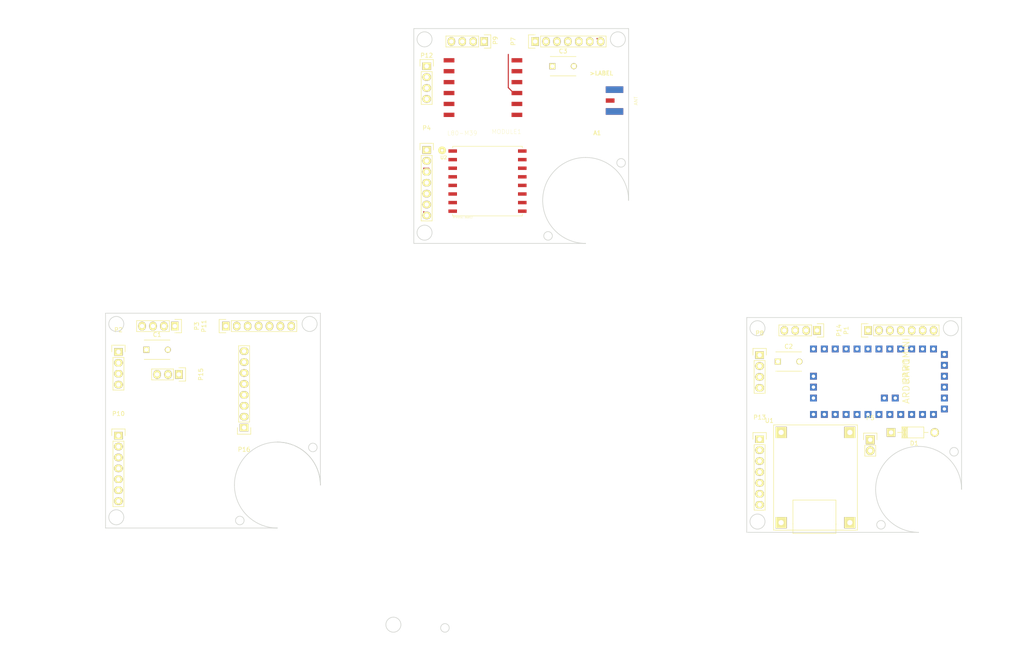
<source format=kicad_pcb>
(kicad_pcb (version 4) (host pcbnew 4.0.0-rc1-stable)

  (general
    (links 102)
    (no_connects 98)
    (area 60.924999 34.674999 260.325001 175.325001)
    (thickness 1.6)
    (drawings 80)
    (tracks 6)
    (zones 0)
    (modules 24)
    (nets 52)
  )

  (page A4)
  (title_block
    (title CatSat)
    (date 2016-07-28)
    (rev 0.001)
    (company "Electronic Cats")
    (comment 1 "Eduardo Contreras")
  )

  (layers
    (0 F.Cu signal)
    (31 B.Cu signal)
    (32 B.Adhes user)
    (33 F.Adhes user)
    (34 B.Paste user)
    (35 F.Paste user)
    (36 B.SilkS user)
    (37 F.SilkS user)
    (38 B.Mask user)
    (39 F.Mask user)
    (40 Dwgs.User user)
    (41 Cmts.User user)
    (42 Eco1.User user)
    (43 Eco2.User user)
    (44 Edge.Cuts user)
    (45 Margin user)
    (46 B.CrtYd user)
    (47 F.CrtYd user)
    (48 B.Fab user)
    (49 F.Fab user)
  )

  (setup
    (last_trace_width 0.25)
    (trace_clearance 0.2)
    (zone_clearance 0.508)
    (zone_45_only no)
    (trace_min 0.2)
    (segment_width 0.2)
    (edge_width 0.15)
    (via_size 0.6)
    (via_drill 0.4)
    (via_min_size 0.4)
    (via_min_drill 0.3)
    (uvia_size 0.3)
    (uvia_drill 0.1)
    (uvias_allowed no)
    (uvia_min_size 0.2)
    (uvia_min_drill 0.1)
    (pcb_text_width 0.3)
    (pcb_text_size 1.5 1.5)
    (mod_edge_width 0.15)
    (mod_text_size 1 1)
    (mod_text_width 0.15)
    (pad_size 1.524 1.524)
    (pad_drill 0.762)
    (pad_to_mask_clearance 0.2)
    (aux_axis_origin 0 0)
    (visible_elements 7FFFFFFF)
    (pcbplotparams
      (layerselection 0x00030_80000001)
      (usegerberextensions false)
      (excludeedgelayer true)
      (linewidth 0.100000)
      (plotframeref false)
      (viasonmask false)
      (mode 1)
      (useauxorigin false)
      (hpglpennumber 1)
      (hpglpenspeed 20)
      (hpglpendiameter 15)
      (hpglpenoverlay 2)
      (psnegative false)
      (psa4output false)
      (plotreference true)
      (plotvalue true)
      (plotinvisibletext false)
      (padsonsilk false)
      (subtractmaskfromsilk false)
      (outputformat 1)
      (mirror false)
      (drillshape 1)
      (scaleselection 1)
      (outputdirectory ""))
  )

  (net 0 "")
  (net 1 GND)
  (net 2 "Net-(A1-Pad2)")
  (net 3 "Net-(D1-Pad2)")
  (net 4 +BATT)
  (net 5 S_TX)
  (net 6 S_RX)
  (net 7 "Net-(MODULE1-Pad5)")
  (net 8 "Net-(MODULE1-Pad6)")
  (net 9 "Net-(MODULE1-Pad7)")
  (net 10 "Net-(MODULE1-Pad8)")
  (net 11 "Net-(MODULE1-Pad10)")
  (net 12 "Net-(MODULE1-Pad11)")
  (net 13 SCL)
  (net 14 SDA)
  (net 15 DHT/D6)
  (net 16 A3)
  (net 17 A2)
  (net 18 A1)
  (net 19 A0)
  (net 20 INT0)
  (net 21 INT1)
  (net 22 D7)
  (net 23 D8)
  (net 24 SCK)
  (net 25 MISO)
  (net 26 MOSI)
  (net 27 NSS)
  (net 28 RST)
  (net 29 "Net-(P5-Pad2)")
  (net 30 "Net-(P16-Pad3)")
  (net 31 /Sensors/FSYNC)
  (net 32 /Sensors/INTA)
  (net 33 /Sensors/DRDY)
  (net 34 "Net-(U2-Pad11)")
  (net 35 "Net-(U2-Pad12)")
  (net 36 "Net-(U2-Pad15)")
  (net 37 "Net-(U2-Pad16)")
  (net 38 "Net-(U2-Pad7)")
  (net 39 "Net-(RAW1-Pad1)")
  (net 40 "Net-(RAW1-Pad2)")
  (net 41 "Net-(RAW1-Pad3)")
  (net 42 "Net-(RAW1-Pad4)")
  (net 43 "Net-(RAW1-Pad6)")
  (net 44 "Net-(RAW1-Pad7)")
  (net 45 "Net-(RAW1-Pad8)")
  (net 46 "Net-(RAW1-Pad9)")
  (net 47 "Net-(RAW1-Pad19)")
  (net 48 "Net-(RAW1-Pad21)")
  (net 49 "Net-(U1-Pad1)")
  (net 50 "Net-(U1-Pad2)")
  (net 51 "Net-(RAW1-Pad5)")

  (net_class Default "This is the default net class."
    (clearance 0.2)
    (trace_width 0.25)
    (via_dia 0.6)
    (via_drill 0.4)
    (uvia_dia 0.3)
    (uvia_drill 0.1)
    (add_net +BATT)
    (add_net /Sensors/DRDY)
    (add_net /Sensors/FSYNC)
    (add_net /Sensors/INTA)
    (add_net A0)
    (add_net A1)
    (add_net A2)
    (add_net A3)
    (add_net D7)
    (add_net D8)
    (add_net DHT/D6)
    (add_net GND)
    (add_net INT0)
    (add_net INT1)
    (add_net MISO)
    (add_net MOSI)
    (add_net NSS)
    (add_net "Net-(A1-Pad2)")
    (add_net "Net-(D1-Pad2)")
    (add_net "Net-(MODULE1-Pad10)")
    (add_net "Net-(MODULE1-Pad11)")
    (add_net "Net-(MODULE1-Pad5)")
    (add_net "Net-(MODULE1-Pad6)")
    (add_net "Net-(MODULE1-Pad7)")
    (add_net "Net-(MODULE1-Pad8)")
    (add_net "Net-(P16-Pad3)")
    (add_net "Net-(P5-Pad2)")
    (add_net "Net-(RAW1-Pad1)")
    (add_net "Net-(RAW1-Pad19)")
    (add_net "Net-(RAW1-Pad2)")
    (add_net "Net-(RAW1-Pad21)")
    (add_net "Net-(RAW1-Pad3)")
    (add_net "Net-(RAW1-Pad4)")
    (add_net "Net-(RAW1-Pad5)")
    (add_net "Net-(RAW1-Pad6)")
    (add_net "Net-(RAW1-Pad7)")
    (add_net "Net-(RAW1-Pad8)")
    (add_net "Net-(RAW1-Pad9)")
    (add_net "Net-(U1-Pad1)")
    (add_net "Net-(U1-Pad2)")
    (add_net "Net-(U2-Pad11)")
    (add_net "Net-(U2-Pad12)")
    (add_net "Net-(U2-Pad15)")
    (add_net "Net-(U2-Pad16)")
    (add_net "Net-(U2-Pad7)")
    (add_net RST)
    (add_net SCK)
    (add_net SCL)
    (add_net SDA)
    (add_net S_RX)
    (add_net S_TX)
  )

  (module 4056_lipoCharg (layer F.Cu) (tedit 579A9282) (tstamp 579A942E)
    (at 215.5 125.5)
    (path /57965E31/57987CA2)
    (fp_text reference U1 (at 0 0.5) (layer F.SilkS)
      (effects (font (size 1 1) (thickness 0.15)))
    )
    (fp_text value 4056_CARG (at 0 -0.5) (layer F.Fab)
      (effects (font (size 1 1) (thickness 0.15)))
    )
    (fp_line (start 15.5 19) (end 15.5 24.75) (layer F.SilkS) (width 0.15))
    (fp_line (start 5.5 19) (end 15.5 19) (layer F.SilkS) (width 0.15))
    (fp_line (start 5.5 24.5) (end 5.5 19) (layer F.SilkS) (width 0.15))
    (fp_line (start 15.5 26.75) (end 15.5 26) (layer F.SilkS) (width 0.15))
    (fp_line (start 5.5 26.75) (end 15.5 26.75) (layer F.SilkS) (width 0.15))
    (fp_line (start 5.5 26) (end 5.5 26.75) (layer F.SilkS) (width 0.15))
    (fp_line (start 15.5 24.5) (end 15.5 26) (layer F.SilkS) (width 0.15))
    (fp_line (start 5.5 24.5) (end 5.5 26) (layer F.SilkS) (width 0.15))
    (fp_line (start 1 26) (end 1 1.5) (layer F.SilkS) (width 0.15))
    (fp_line (start 20.5 26) (end 1 26) (layer F.SilkS) (width 0.15))
    (fp_line (start 20.5 1.5) (end 20.5 26) (layer F.SilkS) (width 0.15))
    (fp_line (start 1 1.5) (end 20.5 1.5) (layer F.SilkS) (width 0.15))
    (pad 3 thru_hole rect (at 2.75 3.25) (size 2.6 2.6) (drill 1.2) (layers *.Cu *.Mask F.SilkS)
      (net 3 "Net-(D1-Pad2)"))
    (pad 4 thru_hole rect (at 18.75 3.25) (size 2.6 2.6) (drill 1.2) (layers *.Cu *.Mask F.SilkS)
      (net 29 "Net-(P5-Pad2)"))
    (pad 1 thru_hole rect (at 2.75 24.25) (size 2.6 2.6) (drill 1.2) (layers *.Cu *.Mask F.SilkS)
      (net 49 "Net-(U1-Pad1)"))
    (pad 2 thru_hole rect (at 18.75 24.25) (size 2.6 2.6) (drill 1.2) (layers *.Cu *.Mask F.SilkS)
      (net 50 "Net-(U1-Pad2)"))
  )

  (module arduinoMiniPro (layer F.Cu) (tedit 579BA49C) (tstamp 579ABF6E)
    (at 247.36 114.4 270)
    (descr ABK-PRO-MINI)
    (path /57965E31/579665C1)
    (fp_text reference RAW1 (at 0 0 270) (layer F.SilkS)
      (effects (font (thickness 0.15)))
    )
    (fp_text value ARDUPROMINI (at 0 0 270) (layer F.SilkS)
      (effects (font (thickness 0.15)))
    )
    (pad 1 thru_hole rect (at -3.81 -8.89) (size 1.6 1.6) (drill 0.8) (layers *.Cu *.Mask)
      (net 39 "Net-(RAW1-Pad1)"))
    (pad 2 thru_hole rect (at -1.27 -8.89) (size 1.6 1.6) (drill 0.8) (layers *.Cu *.Mask)
      (net 40 "Net-(RAW1-Pad2)"))
    (pad 3 thru_hole rect (at 1.27 -8.89) (size 1.6 1.6) (drill 0.8) (layers *.Cu *.Mask)
      (net 41 "Net-(RAW1-Pad3)"))
    (pad 4 thru_hole rect (at 3.81 -8.89) (size 1.6 1.6) (drill 0.8) (layers *.Cu *.Mask)
      (net 42 "Net-(RAW1-Pad4)"))
    (pad 5 thru_hole rect (at 6.35 -8.89) (size 1.6 1.6) (drill 0.8) (layers *.Cu *.Mask)
      (net 51 "Net-(RAW1-Pad5)"))
    (pad 6 thru_hole rect (at 8.89 -8.89) (size 1.6 1.6) (drill 0.8) (layers *.Cu *.Mask)
      (net 43 "Net-(RAW1-Pad6)"))
    (pad 7 thru_hole rect (at -5.08 -6.35 90) (size 1.6 1.6) (drill 0.8) (layers *.Cu *.Mask)
      (net 44 "Net-(RAW1-Pad7)"))
    (pad 8 thru_hole rect (at -5.08 -3.81 90) (size 1.6 1.6) (drill 0.8) (layers *.Cu *.Mask)
      (net 45 "Net-(RAW1-Pad8)"))
    (pad 9 thru_hole rect (at -5.08 -1.27 90) (size 1.6 1.6) (drill 0.8) (layers *.Cu *.Mask)
      (net 46 "Net-(RAW1-Pad9)"))
    (pad 10 thru_hole rect (at -5.08 1.27 90) (size 1.6 1.6) (drill 0.8) (layers *.Cu *.Mask)
      (net 1 GND))
    (pad 11 thru_hole rect (at -5.08 3.81 90) (size 1.6 1.6) (drill 0.8) (layers *.Cu *.Mask)
      (net 20 INT0))
    (pad 12 thru_hole rect (at -5.08 6.35 90) (size 1.6 1.6) (drill 0.8) (layers *.Cu *.Mask)
      (net 21 INT1))
    (pad 13 thru_hole rect (at -5.08 8.89 90) (size 1.6 1.6) (drill 0.8) (layers *.Cu *.Mask)
      (net 5 S_TX))
    (pad 14 thru_hole rect (at -5.08 11.43 90) (size 1.6 1.6) (drill 0.8) (layers *.Cu *.Mask)
      (net 6 S_RX))
    (pad 15 thru_hole rect (at -5.08 13.97 90) (size 1.6 1.6) (drill 0.8) (layers *.Cu *.Mask)
      (net 15 DHT/D6))
    (pad 16 thru_hole rect (at -5.08 16.51 90) (size 1.6 1.6) (drill 0.8) (layers *.Cu *.Mask)
      (net 22 D7))
    (pad 17 thru_hole rect (at -5.08 19.05 90) (size 1.6 1.6) (drill 0.8) (layers *.Cu *.Mask)
      (net 23 D8))
    (pad 18 thru_hole rect (at -5.08 21.59 90) (size 1.6 1.6) (drill 0.8) (layers *.Cu *.Mask)
      (net 28 RST))
    (pad 19 thru_hole rect (at 10.16 -6.35 90) (size 1.6 1.6) (drill 0.8) (layers *.Cu *.Mask)
      (net 47 "Net-(RAW1-Pad19)"))
    (pad 20 thru_hole rect (at 10.16 -3.81 90) (size 1.6 1.6) (drill 0.8) (layers *.Cu *.Mask)
      (net 1 GND))
    (pad 21 thru_hole rect (at 10.16 -1.27 90) (size 1.6 1.6) (drill 0.8) (layers *.Cu *.Mask)
      (net 48 "Net-(RAW1-Pad21)"))
    (pad 22 thru_hole rect (at 10.16 1.27 90) (size 1.6 1.6) (drill 0.8) (layers *.Cu *.Mask)
      (net 4 +BATT))
    (pad 23 thru_hole rect (at 10.16 3.81 90) (size 1.6 1.6) (drill 0.8) (layers *.Cu *.Mask)
      (net 16 A3))
    (pad 24 thru_hole rect (at 10.16 6.35 90) (size 1.6 1.6) (drill 0.8) (layers *.Cu *.Mask)
      (net 17 A2))
    (pad 25 thru_hole rect (at 10.16 8.89 90) (size 1.6 1.6) (drill 0.8) (layers *.Cu *.Mask)
      (net 18 A1))
    (pad 26 thru_hole rect (at 10.16 11.43 90) (size 1.6 1.6) (drill 0.8) (layers *.Cu *.Mask)
      (net 19 A0))
    (pad 27 thru_hole rect (at 10.16 13.97 90) (size 1.6 1.6) (drill 0.8) (layers *.Cu *.Mask)
      (net 24 SCK))
    (pad 28 thru_hole rect (at 10.16 16.51 90) (size 1.6 1.6) (drill 0.8) (layers *.Cu *.Mask)
      (net 25 MISO))
    (pad 29 thru_hole rect (at 10.16 19.05 90) (size 1.6 1.6) (drill 0.8) (layers *.Cu *.Mask)
      (net 26 MOSI))
    (pad 30 thru_hole rect (at 10.16 21.59 90) (size 1.6 1.6) (drill 0.8) (layers *.Cu *.Mask)
      (net 27 NSS))
    (pad A7 thru_hole rect (at 6.35 21.59 180) (size 1.6 1.6) (drill 0.8) (layers *.Cu *.Mask))
    (pad A6 thru_hole rect (at 3.81 21.59 180) (size 1.6 1.6) (drill 0.8) (layers *.Cu *.Mask))
    (pad GND4 thru_hole rect (at 1.27 21.59 180) (size 1.6 1.6) (drill 0.8) (layers *.Cu *.Mask))
    (pad 32 thru_hole rect (at 6.35 2.54 180) (size 1.6 1.6) (drill 0.8) (layers *.Cu *.Mask)
      (net 13 SCL))
    (pad 31 thru_hole rect (at 6.35 5.08 180) (size 1.6 1.6) (drill 0.8) (layers *.Cu *.Mask)
      (net 14 SDA))
  )

  (module LoRa:RFM (layer F.Cu) (tedit 57992A0E) (tstamp 579939E5)
    (at 149.9 70.25)
    (path /57965E45/579926DC)
    (fp_text reference U2 (at -11.07 -5.04) (layer F.SilkS)
      (effects (font (size 0.77216 0.77216) (thickness 0.138988)) (justify left bottom))
    )
    (fp_text value RFM95W-868S2 (at -8.1 8.7) (layer F.SilkS)
      (effects (font (size 0.38608 0.38608) (thickness 0.038608)) (justify left bottom))
    )
    (fp_line (start -8 -8) (end 8 -8) (layer Dwgs.User) (width 0.127))
    (fp_line (start 8 -8) (end 8 8) (layer Dwgs.User) (width 0.127))
    (fp_line (start 8 8) (end -8 8) (layer Dwgs.User) (width 0.127))
    (fp_line (start -8 8) (end -8 -8) (layer Dwgs.User) (width 0.127))
    (fp_line (start -8.1 -7.7) (end -8.1 -8.1) (layer F.SilkS) (width 0.127))
    (fp_line (start -8.1 -8.1) (end 8.1 -8.1) (layer F.SilkS) (width 0.127))
    (fp_line (start 8.1 -8.1) (end 8.1 -7.7) (layer F.SilkS) (width 0.127))
    (fp_line (start -8.1 7.7) (end -8.1 8.1) (layer F.SilkS) (width 0.127))
    (fp_line (start -8.1 8.1) (end 8.1 8.1) (layer F.SilkS) (width 0.127))
    (fp_line (start 8.1 8.1) (end 8.1 7.7) (layer F.SilkS) (width 0.127))
    (fp_circle (center -10.56 -7.16) (end -10.26 -7.16) (layer F.SilkS) (width 0.6096))
    (pad 9 smd rect (at 8.1 7 180) (size 2 0.8) (layers F.Cu F.Paste F.Mask)
      (net 2 "Net-(A1-Pad2)"))
    (pad 10 smd rect (at 8.1 5 180) (size 2 0.8) (layers F.Cu F.Paste F.Mask)
      (net 1 GND))
    (pad 11 smd rect (at 8.1 3 180) (size 2 0.8) (layers F.Cu F.Paste F.Mask)
      (net 34 "Net-(U2-Pad11)"))
    (pad 12 smd rect (at 8.1 1 180) (size 2 0.8) (layers F.Cu F.Paste F.Mask)
      (net 35 "Net-(U2-Pad12)"))
    (pad 13 smd rect (at 8.1 -1 180) (size 2 0.8) (layers F.Cu F.Paste F.Mask)
      (net 4 +BATT))
    (pad 14 smd rect (at 8.1 -3 180) (size 2 0.8) (layers F.Cu F.Paste F.Mask)
      (net 20 INT0))
    (pad 15 smd rect (at 8.1 -5 180) (size 2 0.8) (layers F.Cu F.Paste F.Mask)
      (net 36 "Net-(U2-Pad15)"))
    (pad 16 smd rect (at 8.1 -7 180) (size 2 0.8) (layers F.Cu F.Paste F.Mask)
      (net 37 "Net-(U2-Pad16)"))
    (pad 1 smd rect (at -8.1 -7) (size 2 0.8) (layers F.Cu F.Paste F.Mask)
      (net 1 GND))
    (pad 2 smd rect (at -8.1 -5) (size 2 0.8) (layers F.Cu F.Paste F.Mask)
      (net 25 MISO))
    (pad 3 smd rect (at -8.1 -3) (size 2 0.8) (layers F.Cu F.Paste F.Mask)
      (net 26 MOSI))
    (pad 4 smd rect (at -8.1 -1) (size 2 0.8) (layers F.Cu F.Paste F.Mask)
      (net 24 SCK))
    (pad 5 smd rect (at -8.1 1) (size 2 0.8) (layers F.Cu F.Paste F.Mask)
      (net 27 NSS))
    (pad 6 smd rect (at -8.1 3) (size 2 0.8) (layers F.Cu F.Paste F.Mask)
      (net 28 RST))
    (pad 7 smd rect (at -8.1 5) (size 2 0.8) (layers F.Cu F.Paste F.Mask)
      (net 38 "Net-(U2-Pad7)"))
    (pad 8 smd rect (at -8.1 7 180) (size 2 0.8) (layers F.Cu F.Paste F.Mask)
      (net 1 GND))
  )

  (module LoRa:SMA_Conn_Ant (layer F.Cu) (tedit 576EB192) (tstamp 57993930)
    (at 181.5 51.5 180)
    (path /57965E45/57993DE2)
    (fp_text reference A1 (at 5.08 -6.985 180) (layer F.SilkS)
      (effects (font (size 0.9652 0.9652) (thickness 0.18288)) (justify right top))
    )
    (fp_text value ANT (at -2.5 1 270) (layer F.SilkS)
      (effects (font (size 0.77216 0.77216) (thickness 0.077216)) (justify right top))
    )
    (fp_line (start -9.2075 -2.54) (end -8.255 -2.54) (layer Dwgs.User) (width 0.2032))
    (fp_line (start -8.255 -2.54) (end -8.255 -3.175) (layer Dwgs.User) (width 0.2032))
    (fp_line (start -8.255 -3.175) (end -7.62 -3.175) (layer Dwgs.User) (width 0.2032))
    (fp_line (start -7.62 -3.175) (end -6.985 -3.175) (layer Dwgs.User) (width 0.2032))
    (fp_line (start -6.985 -3.175) (end -6.35 -3.175) (layer Dwgs.User) (width 0.2032))
    (fp_line (start -6.35 -3.175) (end -5.715 -3.175) (layer Dwgs.User) (width 0.2032))
    (fp_line (start -5.715 -3.175) (end -5.08 -3.175) (layer Dwgs.User) (width 0.2032))
    (fp_line (start -5.08 -3.175) (end -4.445 -3.175) (layer Dwgs.User) (width 0.2032))
    (fp_line (start -4.445 -3.175) (end -3.4925 -3.175) (layer Dwgs.User) (width 0.2032))
    (fp_line (start -3.4925 -3.175) (end -3.4925 -2.54) (layer Dwgs.User) (width 0.2032))
    (fp_line (start -3.4925 -2.54) (end -1.5875 -2.54) (layer Dwgs.User) (width 0.2032))
    (fp_line (start -1.5875 -2.54) (end -1.5875 2.54) (layer Dwgs.User) (width 0.2032))
    (fp_line (start -1.5875 2.54) (end -3.4925 2.54) (layer Dwgs.User) (width 0.2032))
    (fp_line (start -3.4925 2.54) (end -3.4925 3.175) (layer Dwgs.User) (width 0.2032))
    (fp_line (start -3.4925 3.175) (end -4.445 3.175) (layer Dwgs.User) (width 0.2032))
    (fp_line (start -4.445 3.175) (end -5.08 3.175) (layer Dwgs.User) (width 0.2032))
    (fp_line (start -5.08 3.175) (end -5.715 3.175) (layer Dwgs.User) (width 0.2032))
    (fp_line (start -5.715 3.175) (end -6.35 3.175) (layer Dwgs.User) (width 0.2032))
    (fp_line (start -6.35 3.175) (end -6.985 3.175) (layer Dwgs.User) (width 0.2032))
    (fp_line (start -6.985 3.175) (end -7.62 3.175) (layer Dwgs.User) (width 0.2032))
    (fp_line (start -7.62 3.175) (end -8.255 3.175) (layer Dwgs.User) (width 0.2032))
    (fp_line (start -8.255 3.175) (end -8.255 2.54) (layer Dwgs.User) (width 0.2032))
    (fp_line (start -8.255 2.54) (end -9.2075 2.54) (layer Dwgs.User) (width 0.2032))
    (fp_line (start -9.2075 2.54) (end -9.2075 -2.54) (layer Dwgs.User) (width 0.2032))
    (fp_line (start -8.255 -2.54) (end -8.255 2.54) (layer Dwgs.User) (width 0.2032))
    (fp_line (start -8.255 -3.175) (end -7.62 3.175) (layer Dwgs.User) (width 0.2032))
    (fp_line (start -7.62 -3.175) (end -6.985 3.175) (layer Dwgs.User) (width 0.2032))
    (fp_line (start -6.985 -3.175) (end -6.35 3.175) (layer Dwgs.User) (width 0.2032))
    (fp_line (start -6.35 -3.175) (end -5.715 3.175) (layer Dwgs.User) (width 0.2032))
    (fp_line (start -5.715 -3.175) (end -5.08 3.175) (layer Dwgs.User) (width 0.2032))
    (fp_line (start -5.08 -3.175) (end -4.445 3.175) (layer Dwgs.User) (width 0.2032))
    (fp_line (start -4.445 -3.175) (end -3.81 3.175) (layer Dwgs.User) (width 0.2032))
    (fp_text user >LABEL (at 5.08 6.35 180) (layer F.SilkS)
      (effects (font (size 0.9652 0.9652) (thickness 0.18288)))
    )
    (fp_poly (pts (xy 0 0.3175) (xy 3.175 0.3175) (xy 3.175 -0.3175) (xy 0 -0.3175)) (layer Dwgs.User) (width 0))
    (fp_poly (pts (xy -1.524 -3.048) (xy 3.81 -3.048) (xy 3.81 -2.032) (xy 0 -2.032)
      (xy 0 2.032) (xy 3.81 2.032) (xy 3.81 3.048) (xy -1.524 3.048)) (layer Dwgs.User) (width 0))
    (fp_poly (pts (xy -1.524 -5.08) (xy 0 -5.08) (xy 0 5.08) (xy -1.524 5.08)) (layer Dwgs.User) (width 0))
    (fp_line (start 3.3574 -0.7) (end 3.3574 -2.1) (layer Dwgs.User) (width 0.2032))
    (fp_line (start 3.3574 -2.1) (end 0.7574 -2.1) (layer Dwgs.User) (width 0.2032))
    (fp_line (start 0.7574 2.1) (end 3.3574 2.1) (layer Dwgs.User) (width 0.2032))
    (fp_line (start 3.3574 2.1) (end 3.3574 0.7) (layer Dwgs.User) (width 0.2032))
    (fp_line (start 0.7574 -0.7) (end 0.7574 -2.1) (layer Dwgs.User) (width 0.2032))
    (fp_line (start 0.7574 2.1) (end 0.7574 0.7) (layer Dwgs.User) (width 0.2032))
    (fp_line (start 3.4574 -0.7) (end 3.4574 -2) (layer Dwgs.User) (width 0.2032))
    (fp_line (start 3.4574 2) (end 3.4574 0.7) (layer Dwgs.User) (width 0.2032))
    (fp_line (start 3.5574 -0.7) (end 3.5574 -2.1) (layer Dwgs.User) (width 0.2032))
    (fp_line (start 3.5574 2.1) (end 3.5574 0.7) (layer Dwgs.User) (width 0.2032))
    (fp_line (start 3.5574 -2.1) (end 3.3574 -2.1) (layer Dwgs.User) (width 0.2032))
    (fp_line (start 3.5574 -0.7) (end 3.3574 -0.7) (layer Dwgs.User) (width 0.2032))
    (fp_line (start 3.5574 0.7) (end 3.3574 0.7) (layer Dwgs.User) (width 0.2032))
    (fp_line (start 3.5574 2.1) (end 3.3574 2.1) (layer Dwgs.User) (width 0.2032))
    (fp_poly (pts (xy 3.2004 0.4826) (xy 3.9624 0.4826) (xy 3.9624 -0.4826) (xy 3.2004 -0.4826)) (layer F.Paste) (width 0))
    (fp_poly (pts (xy 0.889 -0.9382) (xy 3.2258 -0.9382) (xy 3.2258 -1.8526) (xy 0.889 -1.8526)) (layer F.Mask) (width 0))
    (fp_poly (pts (xy 0.9906 -0.989) (xy 3.1242 -0.989) (xy 3.1242 -1.8018) (xy 0.9906 -1.8018)) (layer F.Paste) (width 0))
    (fp_poly (pts (xy 0.889 1.8526) (xy 3.2258 1.8526) (xy 3.2258 0.9382) (xy 0.889 0.9382)) (layer F.Mask) (width 0))
    (fp_poly (pts (xy 0.9906 1.8018) (xy 3.1242 1.8018) (xy 3.1242 0.989) (xy 0.9906 0.989)) (layer F.Paste) (width 0))
    (pad 1 smd rect (at 2.032 -2.54 270) (size 1.524 4.064) (layers F.Cu F.Paste F.Mask)
      (net 1 GND))
    (pad 3 smd rect (at 2.032 2.54 270) (size 1.524 4.064) (layers F.Cu F.Paste F.Mask)
      (net 1 GND))
    (pad 2 smd rect (at 3.048 0 270) (size 1.016 2.032) (layers F.Cu F.Paste F.Mask)
      (net 2 "Net-(A1-Pad2)"))
    (pad "" smd rect (at 2.032 -2.54 270) (size 1.524 4.064) (layers B.Cu B.Paste B.Mask))
    (pad "" smd rect (at 2.032 2.54 270) (size 1.524 4.064) (layers B.Cu B.Paste B.Mask))
  )

  (module Diodes_ThroughHole:Diode_DO-41_SOD81_Horizontal_RM10 (layer F.Cu) (tedit 552FFCCE) (tstamp 57993936)
    (at 243.84 128.75254)
    (descr "Diode, DO-41, SOD81, Horizontal, RM 10mm,")
    (tags "Diode, DO-41, SOD81, Horizontal, RM 10mm, 1N4007, SB140,")
    (path /57965E31/579882B5)
    (fp_text reference D1 (at 5.38734 2.53746) (layer F.SilkS)
      (effects (font (size 1 1) (thickness 0.15)))
    )
    (fp_text value D (at 5.5 -0.25254) (layer F.Fab)
      (effects (font (size 1 1) (thickness 0.15)))
    )
    (fp_line (start 7.62 -0.00254) (end 8.636 -0.00254) (layer F.SilkS) (width 0.15))
    (fp_line (start 2.794 -0.00254) (end 1.524 -0.00254) (layer F.SilkS) (width 0.15))
    (fp_line (start 3.048 -1.27254) (end 3.048 1.26746) (layer F.SilkS) (width 0.15))
    (fp_line (start 3.302 -1.27254) (end 3.302 1.26746) (layer F.SilkS) (width 0.15))
    (fp_line (start 3.556 -1.27254) (end 3.556 1.26746) (layer F.SilkS) (width 0.15))
    (fp_line (start 2.794 -1.27254) (end 2.794 1.26746) (layer F.SilkS) (width 0.15))
    (fp_line (start 3.81 -1.27254) (end 2.54 1.26746) (layer F.SilkS) (width 0.15))
    (fp_line (start 2.54 -1.27254) (end 3.81 1.26746) (layer F.SilkS) (width 0.15))
    (fp_line (start 3.81 -1.27254) (end 3.81 1.26746) (layer F.SilkS) (width 0.15))
    (fp_line (start 3.175 -1.27254) (end 3.175 1.26746) (layer F.SilkS) (width 0.15))
    (fp_line (start 2.54 1.26746) (end 2.54 -1.27254) (layer F.SilkS) (width 0.15))
    (fp_line (start 2.54 -1.27254) (end 7.62 -1.27254) (layer F.SilkS) (width 0.15))
    (fp_line (start 7.62 -1.27254) (end 7.62 1.26746) (layer F.SilkS) (width 0.15))
    (fp_line (start 7.62 1.26746) (end 2.54 1.26746) (layer F.SilkS) (width 0.15))
    (pad 2 thru_hole circle (at 10.16 -0.00254 180) (size 1.99898 1.99898) (drill 1.27) (layers *.Cu *.Mask F.SilkS)
      (net 3 "Net-(D1-Pad2)"))
    (pad 1 thru_hole rect (at 0 -0.00254 180) (size 1.99898 1.99898) (drill 1.00076) (layers *.Cu *.Mask F.SilkS)
      (net 4 +BATT))
  )

  (module CatSat:L80 (layer F.Cu) (tedit 0) (tstamp 57993946)
    (at 148.883668 49.118506 180)
    (path /57965E45/57992672)
    (solder_mask_margin 0.1)
    (attr smd)
    (fp_text reference MODULE1 (at -5.46 -9.635 180) (layer F.SilkS)
      (effects (font (size 1 1) (thickness 0.05)))
    )
    (fp_text value L80-M39 (at 4.860978 -9.966894 360) (layer F.SilkS)
      (effects (font (size 1 1) (thickness 0.05)))
    )
    (fp_line (start 8.033668 -8.211494) (end -7.966332 -8.211494) (layer Dwgs.User) (width 0.254))
    (fp_line (start -7.966332 -8.211494) (end -7.966332 7.788506) (layer Dwgs.User) (width 0.254))
    (fp_line (start -7.966332 7.788506) (end 8.033668 7.788506) (layer Dwgs.User) (width 0.254))
    (fp_line (start 8.033668 7.788506) (end 8.033668 -8.211494) (layer Dwgs.User) (width 0.254))
    (fp_circle (center 0.033668 -0.211494) (end -0.476332 -0.211494) (layer Dwgs.User) (width 0.127))
    (fp_poly (pts (xy 7.533668 7.288506) (xy -7.466332 7.288506) (xy -7.466332 -7.711494) (xy 7.533668 -7.711494)) (layer Dwgs.User) (width 0.381))
    (pad 1 smd rect (at -7.866332 -5.711494) (size 2.5 1) (layers F.Cu F.Paste F.Mask)
      (net 5 S_TX) (solder_mask_margin 0.2))
    (pad 2 smd rect (at -7.866332 -3.171494) (size 2.5 1) (layers F.Cu F.Paste F.Mask)
      (net 6 S_RX) (solder_mask_margin 0.2))
    (pad 3 smd rect (at -7.866332 -0.631494) (size 2.5 1) (layers F.Cu F.Paste F.Mask)
      (net 1 GND) (solder_mask_margin 0.2))
    (pad 4 smd rect (at -7.866332 1.908506) (size 2.5 1) (layers F.Cu F.Paste F.Mask)
      (net 4 +BATT) (solder_mask_margin 0.2))
    (pad 5 smd rect (at -7.866332 4.448506) (size 2.5 1) (layers F.Cu F.Paste F.Mask)
      (net 7 "Net-(MODULE1-Pad5)") (solder_mask_margin 0.2))
    (pad 6 smd rect (at -7.866332 6.988506) (size 2.5 1) (layers F.Cu F.Paste F.Mask)
      (net 8 "Net-(MODULE1-Pad6)") (solder_mask_margin 0.2))
    (pad 7 smd rect (at 7.933668 6.988506 180) (size 2.5 1) (layers F.Cu F.Paste F.Mask)
      (net 9 "Net-(MODULE1-Pad7)") (solder_mask_margin 0.2))
    (pad 8 smd rect (at 7.933668 4.448506 180) (size 2.5 1) (layers F.Cu F.Paste F.Mask)
      (net 10 "Net-(MODULE1-Pad8)") (solder_mask_margin 0.2))
    (pad 9 smd rect (at 7.933668 1.908506 180) (size 2.5 1) (layers F.Cu F.Paste F.Mask)
      (solder_mask_margin 0.2))
    (pad 10 smd rect (at 7.933668 -0.631494 180) (size 2.5 1) (layers F.Cu F.Paste F.Mask)
      (net 11 "Net-(MODULE1-Pad10)") (solder_mask_margin 0.2))
    (pad 11 smd rect (at 7.933668 -3.171494 180) (size 2.5 1) (layers F.Cu F.Paste F.Mask)
      (net 12 "Net-(MODULE1-Pad11)") (solder_mask_margin 0.2))
    (pad 12 smd rect (at 7.933668 -5.711494) (size 2.5 1) (layers F.Cu F.Paste F.Mask)
      (net 1 GND) (solder_mask_margin 0.2))
  )

  (module Pin_Headers:Pin_Header_Straight_1x07 (layer F.Cu) (tedit 0) (tstamp 57993951)
    (at 238.5 105 90)
    (descr "Through hole pin header")
    (tags "pin header")
    (path /57965E31/5797DE1E)
    (fp_text reference P1 (at 0 -5.1 90) (layer F.SilkS)
      (effects (font (size 1 1) (thickness 0.15)))
    )
    (fp_text value CONN_01X07 (at 2.25 2.62 180) (layer F.Fab)
      (effects (font (size 1 1) (thickness 0.15)))
    )
    (fp_line (start -1.75 -1.75) (end -1.75 17) (layer F.CrtYd) (width 0.05))
    (fp_line (start 1.75 -1.75) (end 1.75 17) (layer F.CrtYd) (width 0.05))
    (fp_line (start -1.75 -1.75) (end 1.75 -1.75) (layer F.CrtYd) (width 0.05))
    (fp_line (start -1.75 17) (end 1.75 17) (layer F.CrtYd) (width 0.05))
    (fp_line (start 1.27 1.27) (end 1.27 16.51) (layer F.SilkS) (width 0.15))
    (fp_line (start 1.27 16.51) (end -1.27 16.51) (layer F.SilkS) (width 0.15))
    (fp_line (start -1.27 16.51) (end -1.27 1.27) (layer F.SilkS) (width 0.15))
    (fp_line (start 1.55 -1.55) (end 1.55 0) (layer F.SilkS) (width 0.15))
    (fp_line (start 1.27 1.27) (end -1.27 1.27) (layer F.SilkS) (width 0.15))
    (fp_line (start -1.55 0) (end -1.55 -1.55) (layer F.SilkS) (width 0.15))
    (fp_line (start -1.55 -1.55) (end 1.55 -1.55) (layer F.SilkS) (width 0.15))
    (pad 1 thru_hole rect (at 0 0 90) (size 2.032 1.7272) (drill 1.016) (layers *.Cu *.Mask F.SilkS)
      (net 1 GND))
    (pad 2 thru_hole oval (at 0 2.54 90) (size 2.032 1.7272) (drill 1.016) (layers *.Cu *.Mask F.SilkS)
      (net 4 +BATT))
    (pad 3 thru_hole oval (at 0 5.08 90) (size 2.032 1.7272) (drill 1.016) (layers *.Cu *.Mask F.SilkS)
      (net 13 SCL))
    (pad 4 thru_hole oval (at 0 7.62 90) (size 2.032 1.7272) (drill 1.016) (layers *.Cu *.Mask F.SilkS)
      (net 14 SDA))
    (pad 5 thru_hole oval (at 0 10.16 90) (size 2.032 1.7272) (drill 1.016) (layers *.Cu *.Mask F.SilkS)
      (net 6 S_RX))
    (pad 6 thru_hole oval (at 0 12.7 90) (size 2.032 1.7272) (drill 1.016) (layers *.Cu *.Mask F.SilkS)
      (net 5 S_TX))
    (pad 7 thru_hole oval (at 0 15.24 90) (size 2.032 1.7272) (drill 1.016) (layers *.Cu *.Mask F.SilkS)
      (net 15 DHT/D6))
    (model Pin_Headers.3dshapes/Pin_Header_Straight_1x07.wrl
      (at (xyz 0 -0.3 0))
      (scale (xyz 1 1 1))
      (rotate (xyz 0 0 90))
    )
  )

  (module Pin_Headers:Pin_Header_Straight_1x04 (layer F.Cu) (tedit 0) (tstamp 57993961)
    (at 77.12 104 270)
    (descr "Through hole pin header")
    (tags "pin header")
    (path /57965E31/5797F08A)
    (fp_text reference P3 (at 0 -5.1 270) (layer F.SilkS)
      (effects (font (size 1 1) (thickness 0.15)))
    )
    (fp_text value CONN_01X04 (at -2.25 4.25 360) (layer F.Fab)
      (effects (font (size 1 1) (thickness 0.15)))
    )
    (fp_line (start -1.75 -1.75) (end -1.75 9.4) (layer F.CrtYd) (width 0.05))
    (fp_line (start 1.75 -1.75) (end 1.75 9.4) (layer F.CrtYd) (width 0.05))
    (fp_line (start -1.75 -1.75) (end 1.75 -1.75) (layer F.CrtYd) (width 0.05))
    (fp_line (start -1.75 9.4) (end 1.75 9.4) (layer F.CrtYd) (width 0.05))
    (fp_line (start -1.27 1.27) (end -1.27 8.89) (layer F.SilkS) (width 0.15))
    (fp_line (start 1.27 1.27) (end 1.27 8.89) (layer F.SilkS) (width 0.15))
    (fp_line (start 1.55 -1.55) (end 1.55 0) (layer F.SilkS) (width 0.15))
    (fp_line (start -1.27 8.89) (end 1.27 8.89) (layer F.SilkS) (width 0.15))
    (fp_line (start 1.27 1.27) (end -1.27 1.27) (layer F.SilkS) (width 0.15))
    (fp_line (start -1.55 0) (end -1.55 -1.55) (layer F.SilkS) (width 0.15))
    (fp_line (start -1.55 -1.55) (end 1.55 -1.55) (layer F.SilkS) (width 0.15))
    (pad 1 thru_hole rect (at 0 0 270) (size 2.032 1.7272) (drill 1.016) (layers *.Cu *.Mask F.SilkS)
      (net 20 INT0))
    (pad 2 thru_hole oval (at 0 2.54 270) (size 2.032 1.7272) (drill 1.016) (layers *.Cu *.Mask F.SilkS)
      (net 21 INT1))
    (pad 3 thru_hole oval (at 0 5.08 270) (size 2.032 1.7272) (drill 1.016) (layers *.Cu *.Mask F.SilkS)
      (net 22 D7))
    (pad 4 thru_hole oval (at 0 7.62 270) (size 2.032 1.7272) (drill 1.016) (layers *.Cu *.Mask F.SilkS)
      (net 23 D8))
    (model Pin_Headers.3dshapes/Pin_Header_Straight_1x04.wrl
      (at (xyz 0 -0.15 0))
      (scale (xyz 1 1 1))
      (rotate (xyz 0 0 90))
    )
  )

  (module Pin_Headers:Pin_Header_Straight_1x07 (layer F.Cu) (tedit 0) (tstamp 5799396C)
    (at 135.75 63)
    (descr "Through hole pin header")
    (tags "pin header")
    (path /57965E31/5797EF63)
    (fp_text reference P4 (at 0 -5.1) (layer F.SilkS)
      (effects (font (size 1 1) (thickness 0.15)))
    )
    (fp_text value CONN_01X07 (at 0 -3.1) (layer F.Fab)
      (effects (font (size 1 1) (thickness 0.15)))
    )
    (fp_line (start -1.75 -1.75) (end -1.75 17) (layer F.CrtYd) (width 0.05))
    (fp_line (start 1.75 -1.75) (end 1.75 17) (layer F.CrtYd) (width 0.05))
    (fp_line (start -1.75 -1.75) (end 1.75 -1.75) (layer F.CrtYd) (width 0.05))
    (fp_line (start -1.75 17) (end 1.75 17) (layer F.CrtYd) (width 0.05))
    (fp_line (start 1.27 1.27) (end 1.27 16.51) (layer F.SilkS) (width 0.15))
    (fp_line (start 1.27 16.51) (end -1.27 16.51) (layer F.SilkS) (width 0.15))
    (fp_line (start -1.27 16.51) (end -1.27 1.27) (layer F.SilkS) (width 0.15))
    (fp_line (start 1.55 -1.55) (end 1.55 0) (layer F.SilkS) (width 0.15))
    (fp_line (start 1.27 1.27) (end -1.27 1.27) (layer F.SilkS) (width 0.15))
    (fp_line (start -1.55 0) (end -1.55 -1.55) (layer F.SilkS) (width 0.15))
    (fp_line (start -1.55 -1.55) (end 1.55 -1.55) (layer F.SilkS) (width 0.15))
    (pad 1 thru_hole rect (at 0 0) (size 2.032 1.7272) (drill 1.016) (layers *.Cu *.Mask F.SilkS)
      (net 4 +BATT))
    (pad 2 thru_hole oval (at 0 2.54) (size 2.032 1.7272) (drill 1.016) (layers *.Cu *.Mask F.SilkS)
      (net 1 GND))
    (pad 3 thru_hole oval (at 0 5.08) (size 2.032 1.7272) (drill 1.016) (layers *.Cu *.Mask F.SilkS)
      (net 24 SCK))
    (pad 4 thru_hole oval (at 0 7.62) (size 2.032 1.7272) (drill 1.016) (layers *.Cu *.Mask F.SilkS)
      (net 25 MISO))
    (pad 5 thru_hole oval (at 0 10.16) (size 2.032 1.7272) (drill 1.016) (layers *.Cu *.Mask F.SilkS)
      (net 26 MOSI))
    (pad 6 thru_hole oval (at 0 12.7) (size 2.032 1.7272) (drill 1.016) (layers *.Cu *.Mask F.SilkS)
      (net 27 NSS))
    (pad 7 thru_hole oval (at 0 15.24) (size 2.032 1.7272) (drill 1.016) (layers *.Cu *.Mask F.SilkS)
      (net 28 RST))
    (model Pin_Headers.3dshapes/Pin_Header_Straight_1x07.wrl
      (at (xyz 0 -0.3 0))
      (scale (xyz 1 1 1))
      (rotate (xyz 0 0 90))
    )
  )

  (module Pin_Headers:Pin_Header_Straight_1x02 (layer F.Cu) (tedit 54EA090C) (tstamp 57993972)
    (at 239 130.46)
    (descr "Through hole pin header")
    (tags "pin header")
    (path /57965E31/57987F4D)
    (fp_text reference P5 (at 0 -5.1) (layer F.SilkS)
      (effects (font (size 1 1) (thickness 0.15)))
    )
    (fp_text value BATTERY (at 0 -3.1) (layer F.Fab)
      (effects (font (size 1 1) (thickness 0.15)))
    )
    (fp_line (start 1.27 1.27) (end 1.27 3.81) (layer F.SilkS) (width 0.15))
    (fp_line (start 1.55 -1.55) (end 1.55 0) (layer F.SilkS) (width 0.15))
    (fp_line (start -1.75 -1.75) (end -1.75 4.3) (layer F.CrtYd) (width 0.05))
    (fp_line (start 1.75 -1.75) (end 1.75 4.3) (layer F.CrtYd) (width 0.05))
    (fp_line (start -1.75 -1.75) (end 1.75 -1.75) (layer F.CrtYd) (width 0.05))
    (fp_line (start -1.75 4.3) (end 1.75 4.3) (layer F.CrtYd) (width 0.05))
    (fp_line (start 1.27 1.27) (end -1.27 1.27) (layer F.SilkS) (width 0.15))
    (fp_line (start -1.55 0) (end -1.55 -1.55) (layer F.SilkS) (width 0.15))
    (fp_line (start -1.55 -1.55) (end 1.55 -1.55) (layer F.SilkS) (width 0.15))
    (fp_line (start -1.27 1.27) (end -1.27 3.81) (layer F.SilkS) (width 0.15))
    (fp_line (start -1.27 3.81) (end 1.27 3.81) (layer F.SilkS) (width 0.15))
    (pad 1 thru_hole rect (at 0 0) (size 2.032 2.032) (drill 1.016) (layers *.Cu *.Mask F.SilkS)
      (net 3 "Net-(D1-Pad2)"))
    (pad 2 thru_hole oval (at 0 2.54) (size 2.032 2.032) (drill 1.016) (layers *.Cu *.Mask F.SilkS)
      (net 29 "Net-(P5-Pad2)"))
    (model Pin_Headers.3dshapes/Pin_Header_Straight_1x02.wrl
      (at (xyz 0 -0.05 0))
      (scale (xyz 1 1 1))
      (rotate (xyz 0 0 90))
    )
  )

  (module Pin_Headers:Pin_Header_Straight_1x07 (layer F.Cu) (tedit 0) (tstamp 5799397D)
    (at 161 37.75 90)
    (descr "Through hole pin header")
    (tags "pin header")
    (path /57965E45/57992998)
    (fp_text reference P7 (at 0 -5.1 90) (layer F.SilkS)
      (effects (font (size 1 1) (thickness 0.15)))
    )
    (fp_text value CONN_01X07 (at 2.25 0.95 180) (layer F.Fab)
      (effects (font (size 1 1) (thickness 0.15)))
    )
    (fp_line (start -1.75 -1.75) (end -1.75 17) (layer F.CrtYd) (width 0.05))
    (fp_line (start 1.75 -1.75) (end 1.75 17) (layer F.CrtYd) (width 0.05))
    (fp_line (start -1.75 -1.75) (end 1.75 -1.75) (layer F.CrtYd) (width 0.05))
    (fp_line (start -1.75 17) (end 1.75 17) (layer F.CrtYd) (width 0.05))
    (fp_line (start 1.27 1.27) (end 1.27 16.51) (layer F.SilkS) (width 0.15))
    (fp_line (start 1.27 16.51) (end -1.27 16.51) (layer F.SilkS) (width 0.15))
    (fp_line (start -1.27 16.51) (end -1.27 1.27) (layer F.SilkS) (width 0.15))
    (fp_line (start 1.55 -1.55) (end 1.55 0) (layer F.SilkS) (width 0.15))
    (fp_line (start 1.27 1.27) (end -1.27 1.27) (layer F.SilkS) (width 0.15))
    (fp_line (start -1.55 0) (end -1.55 -1.55) (layer F.SilkS) (width 0.15))
    (fp_line (start -1.55 -1.55) (end 1.55 -1.55) (layer F.SilkS) (width 0.15))
    (pad 1 thru_hole rect (at 0 0 90) (size 2.032 1.7272) (drill 1.016) (layers *.Cu *.Mask F.SilkS)
      (net 1 GND))
    (pad 2 thru_hole oval (at 0 2.54 90) (size 2.032 1.7272) (drill 1.016) (layers *.Cu *.Mask F.SilkS)
      (net 4 +BATT))
    (pad 3 thru_hole oval (at 0 5.08 90) (size 2.032 1.7272) (drill 1.016) (layers *.Cu *.Mask F.SilkS)
      (net 13 SCL))
    (pad 4 thru_hole oval (at 0 7.62 90) (size 2.032 1.7272) (drill 1.016) (layers *.Cu *.Mask F.SilkS)
      (net 14 SDA))
    (pad 5 thru_hole oval (at 0 10.16 90) (size 2.032 1.7272) (drill 1.016) (layers *.Cu *.Mask F.SilkS)
      (net 6 S_RX))
    (pad 6 thru_hole oval (at 0 12.7 90) (size 2.032 1.7272) (drill 1.016) (layers *.Cu *.Mask F.SilkS)
      (net 5 S_TX))
    (pad 7 thru_hole oval (at 0 15.24 90) (size 2.032 1.7272) (drill 1.016) (layers *.Cu *.Mask F.SilkS)
      (net 15 DHT/D6))
    (model Pin_Headers.3dshapes/Pin_Header_Straight_1x07.wrl
      (at (xyz 0 -0.3 0))
      (scale (xyz 1 1 1))
      (rotate (xyz 0 0 90))
    )
  )

  (module Pin_Headers:Pin_Header_Straight_1x04 (layer F.Cu) (tedit 0) (tstamp 57993985)
    (at 213.25 110.75)
    (descr "Through hole pin header")
    (tags "pin header")
    (path /57965E45/57992991)
    (fp_text reference P8 (at 0 -5.1) (layer F.SilkS)
      (effects (font (size 1 1) (thickness 0.15)))
    )
    (fp_text value CONN_01X04 (at -2.25 3.25 90) (layer F.Fab)
      (effects (font (size 1 1) (thickness 0.15)))
    )
    (fp_line (start -1.75 -1.75) (end -1.75 9.4) (layer F.CrtYd) (width 0.05))
    (fp_line (start 1.75 -1.75) (end 1.75 9.4) (layer F.CrtYd) (width 0.05))
    (fp_line (start -1.75 -1.75) (end 1.75 -1.75) (layer F.CrtYd) (width 0.05))
    (fp_line (start -1.75 9.4) (end 1.75 9.4) (layer F.CrtYd) (width 0.05))
    (fp_line (start -1.27 1.27) (end -1.27 8.89) (layer F.SilkS) (width 0.15))
    (fp_line (start 1.27 1.27) (end 1.27 8.89) (layer F.SilkS) (width 0.15))
    (fp_line (start 1.55 -1.55) (end 1.55 0) (layer F.SilkS) (width 0.15))
    (fp_line (start -1.27 8.89) (end 1.27 8.89) (layer F.SilkS) (width 0.15))
    (fp_line (start 1.27 1.27) (end -1.27 1.27) (layer F.SilkS) (width 0.15))
    (fp_line (start -1.55 0) (end -1.55 -1.55) (layer F.SilkS) (width 0.15))
    (fp_line (start -1.55 -1.55) (end 1.55 -1.55) (layer F.SilkS) (width 0.15))
    (pad 1 thru_hole rect (at 0 0) (size 2.032 1.7272) (drill 1.016) (layers *.Cu *.Mask F.SilkS)
      (net 16 A3))
    (pad 2 thru_hole oval (at 0 2.54) (size 2.032 1.7272) (drill 1.016) (layers *.Cu *.Mask F.SilkS)
      (net 17 A2))
    (pad 3 thru_hole oval (at 0 5.08) (size 2.032 1.7272) (drill 1.016) (layers *.Cu *.Mask F.SilkS)
      (net 18 A1))
    (pad 4 thru_hole oval (at 0 7.62) (size 2.032 1.7272) (drill 1.016) (layers *.Cu *.Mask F.SilkS)
      (net 19 A0))
    (model Pin_Headers.3dshapes/Pin_Header_Straight_1x04.wrl
      (at (xyz 0 -0.15 0))
      (scale (xyz 1 1 1))
      (rotate (xyz 0 0 90))
    )
  )

  (module Pin_Headers:Pin_Header_Straight_1x04 (layer F.Cu) (tedit 0) (tstamp 5799398D)
    (at 149.12 37.75 270)
    (descr "Through hole pin header")
    (tags "pin header")
    (path /57965E45/579A47A5)
    (fp_text reference P9 (at -0.25 -2.63 270) (layer F.SilkS)
      (effects (font (size 1 1) (thickness 0.15)))
    )
    (fp_text value CONN_01X04 (at -2.25 4.12 360) (layer F.Fab)
      (effects (font (size 1 1) (thickness 0.15)))
    )
    (fp_line (start -1.75 -1.75) (end -1.75 9.4) (layer F.CrtYd) (width 0.05))
    (fp_line (start 1.75 -1.75) (end 1.75 9.4) (layer F.CrtYd) (width 0.05))
    (fp_line (start -1.75 -1.75) (end 1.75 -1.75) (layer F.CrtYd) (width 0.05))
    (fp_line (start -1.75 9.4) (end 1.75 9.4) (layer F.CrtYd) (width 0.05))
    (fp_line (start -1.27 1.27) (end -1.27 8.89) (layer F.SilkS) (width 0.15))
    (fp_line (start 1.27 1.27) (end 1.27 8.89) (layer F.SilkS) (width 0.15))
    (fp_line (start 1.55 -1.55) (end 1.55 0) (layer F.SilkS) (width 0.15))
    (fp_line (start -1.27 8.89) (end 1.27 8.89) (layer F.SilkS) (width 0.15))
    (fp_line (start 1.27 1.27) (end -1.27 1.27) (layer F.SilkS) (width 0.15))
    (fp_line (start -1.55 0) (end -1.55 -1.55) (layer F.SilkS) (width 0.15))
    (fp_line (start -1.55 -1.55) (end 1.55 -1.55) (layer F.SilkS) (width 0.15))
    (pad 1 thru_hole rect (at 0 0 270) (size 2.032 1.7272) (drill 1.016) (layers *.Cu *.Mask F.SilkS)
      (net 20 INT0))
    (pad 2 thru_hole oval (at 0 2.54 270) (size 2.032 1.7272) (drill 1.016) (layers *.Cu *.Mask F.SilkS)
      (net 21 INT1))
    (pad 3 thru_hole oval (at 0 5.08 270) (size 2.032 1.7272) (drill 1.016) (layers *.Cu *.Mask F.SilkS)
      (net 22 D7))
    (pad 4 thru_hole oval (at 0 7.62 270) (size 2.032 1.7272) (drill 1.016) (layers *.Cu *.Mask F.SilkS)
      (net 23 D8))
    (model Pin_Headers.3dshapes/Pin_Header_Straight_1x04.wrl
      (at (xyz 0 -0.15 0))
      (scale (xyz 1 1 1))
      (rotate (xyz 0 0 90))
    )
  )

  (module Pin_Headers:Pin_Header_Straight_1x07 (layer F.Cu) (tedit 0) (tstamp 57993998)
    (at 64 129.5)
    (descr "Through hole pin header")
    (tags "pin header")
    (path /57965E45/579A479E)
    (fp_text reference P10 (at 0 -5.1) (layer F.SilkS)
      (effects (font (size 1 1) (thickness 0.15)))
    )
    (fp_text value CONN_01X07 (at -2.25 5.49 90) (layer F.Fab)
      (effects (font (size 1 1) (thickness 0.15)))
    )
    (fp_line (start -1.75 -1.75) (end -1.75 17) (layer F.CrtYd) (width 0.05))
    (fp_line (start 1.75 -1.75) (end 1.75 17) (layer F.CrtYd) (width 0.05))
    (fp_line (start -1.75 -1.75) (end 1.75 -1.75) (layer F.CrtYd) (width 0.05))
    (fp_line (start -1.75 17) (end 1.75 17) (layer F.CrtYd) (width 0.05))
    (fp_line (start 1.27 1.27) (end 1.27 16.51) (layer F.SilkS) (width 0.15))
    (fp_line (start 1.27 16.51) (end -1.27 16.51) (layer F.SilkS) (width 0.15))
    (fp_line (start -1.27 16.51) (end -1.27 1.27) (layer F.SilkS) (width 0.15))
    (fp_line (start 1.55 -1.55) (end 1.55 0) (layer F.SilkS) (width 0.15))
    (fp_line (start 1.27 1.27) (end -1.27 1.27) (layer F.SilkS) (width 0.15))
    (fp_line (start -1.55 0) (end -1.55 -1.55) (layer F.SilkS) (width 0.15))
    (fp_line (start -1.55 -1.55) (end 1.55 -1.55) (layer F.SilkS) (width 0.15))
    (pad 1 thru_hole rect (at 0 0) (size 2.032 1.7272) (drill 1.016) (layers *.Cu *.Mask F.SilkS)
      (net 4 +BATT))
    (pad 2 thru_hole oval (at 0 2.54) (size 2.032 1.7272) (drill 1.016) (layers *.Cu *.Mask F.SilkS)
      (net 1 GND))
    (pad 3 thru_hole oval (at 0 5.08) (size 2.032 1.7272) (drill 1.016) (layers *.Cu *.Mask F.SilkS)
      (net 24 SCK))
    (pad 4 thru_hole oval (at 0 7.62) (size 2.032 1.7272) (drill 1.016) (layers *.Cu *.Mask F.SilkS)
      (net 25 MISO))
    (pad 5 thru_hole oval (at 0 10.16) (size 2.032 1.7272) (drill 1.016) (layers *.Cu *.Mask F.SilkS)
      (net 26 MOSI))
    (pad 6 thru_hole oval (at 0 12.7) (size 2.032 1.7272) (drill 1.016) (layers *.Cu *.Mask F.SilkS)
      (net 27 NSS))
    (pad 7 thru_hole oval (at 0 15.24) (size 2.032 1.7272) (drill 1.016) (layers *.Cu *.Mask F.SilkS)
      (net 28 RST))
    (model Pin_Headers.3dshapes/Pin_Header_Straight_1x07.wrl
      (at (xyz 0 -0.3 0))
      (scale (xyz 1 1 1))
      (rotate (xyz 0 0 90))
    )
  )

  (module Pin_Headers:Pin_Header_Straight_1x07 (layer F.Cu) (tedit 0) (tstamp 579939A3)
    (at 89 104 90)
    (descr "Through hole pin header")
    (tags "pin header")
    (path /57965E56/579A5A8C)
    (fp_text reference P11 (at 0 -5.1 90) (layer F.SilkS)
      (effects (font (size 1 1) (thickness 0.15)))
    )
    (fp_text value CONN_01X07 (at 2.25 7.25 180) (layer F.Fab)
      (effects (font (size 1 1) (thickness 0.15)))
    )
    (fp_line (start -1.75 -1.75) (end -1.75 17) (layer F.CrtYd) (width 0.05))
    (fp_line (start 1.75 -1.75) (end 1.75 17) (layer F.CrtYd) (width 0.05))
    (fp_line (start -1.75 -1.75) (end 1.75 -1.75) (layer F.CrtYd) (width 0.05))
    (fp_line (start -1.75 17) (end 1.75 17) (layer F.CrtYd) (width 0.05))
    (fp_line (start 1.27 1.27) (end 1.27 16.51) (layer F.SilkS) (width 0.15))
    (fp_line (start 1.27 16.51) (end -1.27 16.51) (layer F.SilkS) (width 0.15))
    (fp_line (start -1.27 16.51) (end -1.27 1.27) (layer F.SilkS) (width 0.15))
    (fp_line (start 1.55 -1.55) (end 1.55 0) (layer F.SilkS) (width 0.15))
    (fp_line (start 1.27 1.27) (end -1.27 1.27) (layer F.SilkS) (width 0.15))
    (fp_line (start -1.55 0) (end -1.55 -1.55) (layer F.SilkS) (width 0.15))
    (fp_line (start -1.55 -1.55) (end 1.55 -1.55) (layer F.SilkS) (width 0.15))
    (pad 1 thru_hole rect (at 0 0 90) (size 2.032 1.7272) (drill 1.016) (layers *.Cu *.Mask F.SilkS)
      (net 1 GND))
    (pad 2 thru_hole oval (at 0 2.54 90) (size 2.032 1.7272) (drill 1.016) (layers *.Cu *.Mask F.SilkS)
      (net 4 +BATT))
    (pad 3 thru_hole oval (at 0 5.08 90) (size 2.032 1.7272) (drill 1.016) (layers *.Cu *.Mask F.SilkS)
      (net 13 SCL))
    (pad 4 thru_hole oval (at 0 7.62 90) (size 2.032 1.7272) (drill 1.016) (layers *.Cu *.Mask F.SilkS)
      (net 14 SDA))
    (pad 5 thru_hole oval (at 0 10.16 90) (size 2.032 1.7272) (drill 1.016) (layers *.Cu *.Mask F.SilkS)
      (net 6 S_RX))
    (pad 6 thru_hole oval (at 0 12.7 90) (size 2.032 1.7272) (drill 1.016) (layers *.Cu *.Mask F.SilkS)
      (net 5 S_TX))
    (pad 7 thru_hole oval (at 0 15.24 90) (size 2.032 1.7272) (drill 1.016) (layers *.Cu *.Mask F.SilkS)
      (net 15 DHT/D6))
    (model Pin_Headers.3dshapes/Pin_Header_Straight_1x07.wrl
      (at (xyz 0 -0.3 0))
      (scale (xyz 1 1 1))
      (rotate (xyz 0 0 90))
    )
  )

  (module Pin_Headers:Pin_Header_Straight_1x04 (layer F.Cu) (tedit 0) (tstamp 579939AB)
    (at 135.75 43.5)
    (descr "Through hole pin header")
    (tags "pin header")
    (path /57965E56/579A5A85)
    (fp_text reference P12 (at 0 -2.5) (layer F.SilkS)
      (effects (font (size 1 1) (thickness 0.15)))
    )
    (fp_text value CONN_01X04 (at -2.25 4 90) (layer F.Fab)
      (effects (font (size 1 1) (thickness 0.15)))
    )
    (fp_line (start -1.75 -1.75) (end -1.75 9.4) (layer F.CrtYd) (width 0.05))
    (fp_line (start 1.75 -1.75) (end 1.75 9.4) (layer F.CrtYd) (width 0.05))
    (fp_line (start -1.75 -1.75) (end 1.75 -1.75) (layer F.CrtYd) (width 0.05))
    (fp_line (start -1.75 9.4) (end 1.75 9.4) (layer F.CrtYd) (width 0.05))
    (fp_line (start -1.27 1.27) (end -1.27 8.89) (layer F.SilkS) (width 0.15))
    (fp_line (start 1.27 1.27) (end 1.27 8.89) (layer F.SilkS) (width 0.15))
    (fp_line (start 1.55 -1.55) (end 1.55 0) (layer F.SilkS) (width 0.15))
    (fp_line (start -1.27 8.89) (end 1.27 8.89) (layer F.SilkS) (width 0.15))
    (fp_line (start 1.27 1.27) (end -1.27 1.27) (layer F.SilkS) (width 0.15))
    (fp_line (start -1.55 0) (end -1.55 -1.55) (layer F.SilkS) (width 0.15))
    (fp_line (start -1.55 -1.55) (end 1.55 -1.55) (layer F.SilkS) (width 0.15))
    (pad 1 thru_hole rect (at 0 0) (size 2.032 1.7272) (drill 1.016) (layers *.Cu *.Mask F.SilkS)
      (net 16 A3))
    (pad 2 thru_hole oval (at 0 2.54) (size 2.032 1.7272) (drill 1.016) (layers *.Cu *.Mask F.SilkS)
      (net 17 A2))
    (pad 3 thru_hole oval (at 0 5.08) (size 2.032 1.7272) (drill 1.016) (layers *.Cu *.Mask F.SilkS)
      (net 18 A1))
    (pad 4 thru_hole oval (at 0 7.62) (size 2.032 1.7272) (drill 1.016) (layers *.Cu *.Mask F.SilkS)
      (net 19 A0))
    (model Pin_Headers.3dshapes/Pin_Header_Straight_1x04.wrl
      (at (xyz 0 -0.15 0))
      (scale (xyz 1 1 1))
      (rotate (xyz 0 0 90))
    )
  )

  (module Pin_Headers:Pin_Header_Straight_1x07 (layer F.Cu) (tedit 0) (tstamp 579939B6)
    (at 213.25 130.34)
    (descr "Through hole pin header")
    (tags "pin header")
    (path /57965E56/579A56D1)
    (fp_text reference P13 (at 0 -5.1) (layer F.SilkS)
      (effects (font (size 1 1) (thickness 0.15)))
    )
    (fp_text value CONN_01X07 (at -2.25 6.79 90) (layer F.Fab)
      (effects (font (size 1 1) (thickness 0.15)))
    )
    (fp_line (start -1.75 -1.75) (end -1.75 17) (layer F.CrtYd) (width 0.05))
    (fp_line (start 1.75 -1.75) (end 1.75 17) (layer F.CrtYd) (width 0.05))
    (fp_line (start -1.75 -1.75) (end 1.75 -1.75) (layer F.CrtYd) (width 0.05))
    (fp_line (start -1.75 17) (end 1.75 17) (layer F.CrtYd) (width 0.05))
    (fp_line (start 1.27 1.27) (end 1.27 16.51) (layer F.SilkS) (width 0.15))
    (fp_line (start 1.27 16.51) (end -1.27 16.51) (layer F.SilkS) (width 0.15))
    (fp_line (start -1.27 16.51) (end -1.27 1.27) (layer F.SilkS) (width 0.15))
    (fp_line (start 1.55 -1.55) (end 1.55 0) (layer F.SilkS) (width 0.15))
    (fp_line (start 1.27 1.27) (end -1.27 1.27) (layer F.SilkS) (width 0.15))
    (fp_line (start -1.55 0) (end -1.55 -1.55) (layer F.SilkS) (width 0.15))
    (fp_line (start -1.55 -1.55) (end 1.55 -1.55) (layer F.SilkS) (width 0.15))
    (pad 1 thru_hole rect (at 0 0) (size 2.032 1.7272) (drill 1.016) (layers *.Cu *.Mask F.SilkS)
      (net 4 +BATT))
    (pad 2 thru_hole oval (at 0 2.54) (size 2.032 1.7272) (drill 1.016) (layers *.Cu *.Mask F.SilkS)
      (net 1 GND))
    (pad 3 thru_hole oval (at 0 5.08) (size 2.032 1.7272) (drill 1.016) (layers *.Cu *.Mask F.SilkS)
      (net 24 SCK))
    (pad 4 thru_hole oval (at 0 7.62) (size 2.032 1.7272) (drill 1.016) (layers *.Cu *.Mask F.SilkS)
      (net 25 MISO))
    (pad 5 thru_hole oval (at 0 10.16) (size 2.032 1.7272) (drill 1.016) (layers *.Cu *.Mask F.SilkS)
      (net 26 MOSI))
    (pad 6 thru_hole oval (at 0 12.7) (size 2.032 1.7272) (drill 1.016) (layers *.Cu *.Mask F.SilkS)
      (net 27 NSS))
    (pad 7 thru_hole oval (at 0 15.24) (size 2.032 1.7272) (drill 1.016) (layers *.Cu *.Mask F.SilkS)
      (net 28 RST))
    (model Pin_Headers.3dshapes/Pin_Header_Straight_1x07.wrl
      (at (xyz 0 -0.3 0))
      (scale (xyz 1 1 1))
      (rotate (xyz 0 0 90))
    )
  )

  (module Pin_Headers:Pin_Header_Straight_1x04 (layer F.Cu) (tedit 0) (tstamp 579939BE)
    (at 226.62 105 270)
    (descr "Through hole pin header")
    (tags "pin header")
    (path /57965E56/579A56D8)
    (fp_text reference P14 (at 0 -5.1 270) (layer F.SilkS)
      (effects (font (size 1 1) (thickness 0.15)))
    )
    (fp_text value CONN_01X04 (at -2.25 4.83 360) (layer F.Fab)
      (effects (font (size 1 1) (thickness 0.15)))
    )
    (fp_line (start -1.75 -1.75) (end -1.75 9.4) (layer F.CrtYd) (width 0.05))
    (fp_line (start 1.75 -1.75) (end 1.75 9.4) (layer F.CrtYd) (width 0.05))
    (fp_line (start -1.75 -1.75) (end 1.75 -1.75) (layer F.CrtYd) (width 0.05))
    (fp_line (start -1.75 9.4) (end 1.75 9.4) (layer F.CrtYd) (width 0.05))
    (fp_line (start -1.27 1.27) (end -1.27 8.89) (layer F.SilkS) (width 0.15))
    (fp_line (start 1.27 1.27) (end 1.27 8.89) (layer F.SilkS) (width 0.15))
    (fp_line (start 1.55 -1.55) (end 1.55 0) (layer F.SilkS) (width 0.15))
    (fp_line (start -1.27 8.89) (end 1.27 8.89) (layer F.SilkS) (width 0.15))
    (fp_line (start 1.27 1.27) (end -1.27 1.27) (layer F.SilkS) (width 0.15))
    (fp_line (start -1.55 0) (end -1.55 -1.55) (layer F.SilkS) (width 0.15))
    (fp_line (start -1.55 -1.55) (end 1.55 -1.55) (layer F.SilkS) (width 0.15))
    (pad 1 thru_hole rect (at 0 0 270) (size 2.032 1.7272) (drill 1.016) (layers *.Cu *.Mask F.SilkS)
      (net 20 INT0))
    (pad 2 thru_hole oval (at 0 2.54 270) (size 2.032 1.7272) (drill 1.016) (layers *.Cu *.Mask F.SilkS)
      (net 21 INT1))
    (pad 3 thru_hole oval (at 0 5.08 270) (size 2.032 1.7272) (drill 1.016) (layers *.Cu *.Mask F.SilkS)
      (net 22 D7))
    (pad 4 thru_hole oval (at 0 7.62 270) (size 2.032 1.7272) (drill 1.016) (layers *.Cu *.Mask F.SilkS)
      (net 23 D8))
    (model Pin_Headers.3dshapes/Pin_Header_Straight_1x04.wrl
      (at (xyz 0 -0.15 0))
      (scale (xyz 1 1 1))
      (rotate (xyz 0 0 90))
    )
  )

  (module Pin_Headers:Pin_Header_Straight_1x03 (layer F.Cu) (tedit 0) (tstamp 579939C5)
    (at 78.08 115.25 270)
    (descr "Through hole pin header")
    (tags "pin header")
    (path /57965E56/579A8B76)
    (fp_text reference P15 (at 0 -5.1 270) (layer F.SilkS)
      (effects (font (size 1 1) (thickness 0.15)))
    )
    (fp_text value DHT22 (at 0 -3.1 270) (layer F.Fab)
      (effects (font (size 1 1) (thickness 0.15)))
    )
    (fp_line (start -1.75 -1.75) (end -1.75 6.85) (layer F.CrtYd) (width 0.05))
    (fp_line (start 1.75 -1.75) (end 1.75 6.85) (layer F.CrtYd) (width 0.05))
    (fp_line (start -1.75 -1.75) (end 1.75 -1.75) (layer F.CrtYd) (width 0.05))
    (fp_line (start -1.75 6.85) (end 1.75 6.85) (layer F.CrtYd) (width 0.05))
    (fp_line (start -1.27 1.27) (end -1.27 6.35) (layer F.SilkS) (width 0.15))
    (fp_line (start -1.27 6.35) (end 1.27 6.35) (layer F.SilkS) (width 0.15))
    (fp_line (start 1.27 6.35) (end 1.27 1.27) (layer F.SilkS) (width 0.15))
    (fp_line (start 1.55 -1.55) (end 1.55 0) (layer F.SilkS) (width 0.15))
    (fp_line (start 1.27 1.27) (end -1.27 1.27) (layer F.SilkS) (width 0.15))
    (fp_line (start -1.55 0) (end -1.55 -1.55) (layer F.SilkS) (width 0.15))
    (fp_line (start -1.55 -1.55) (end 1.55 -1.55) (layer F.SilkS) (width 0.15))
    (pad 1 thru_hole rect (at 0 0 270) (size 2.032 1.7272) (drill 1.016) (layers *.Cu *.Mask F.SilkS)
      (net 15 DHT/D6))
    (pad 2 thru_hole oval (at 0 2.54 270) (size 2.032 1.7272) (drill 1.016) (layers *.Cu *.Mask F.SilkS)
      (net 4 +BATT))
    (pad 3 thru_hole oval (at 0 5.08 270) (size 2.032 1.7272) (drill 1.016) (layers *.Cu *.Mask F.SilkS)
      (net 1 GND))
    (model Pin_Headers.3dshapes/Pin_Header_Straight_1x03.wrl
      (at (xyz 0 -0.1 0))
      (scale (xyz 1 1 1))
      (rotate (xyz 0 0 90))
    )
  )

  (module Pin_Headers:Pin_Header_Straight_1x08 (layer F.Cu) (tedit 0) (tstamp 579939D1)
    (at 93.25 127.62 180)
    (descr "Through hole pin header")
    (tags "pin header")
    (path /57965E56/579A8C6E)
    (fp_text reference P16 (at 0 -5.1 180) (layer F.SilkS)
      (effects (font (size 1 1) (thickness 0.15)))
    )
    (fp_text value GY-87 (at 0 -3.1 180) (layer F.Fab)
      (effects (font (size 1 1) (thickness 0.15)))
    )
    (fp_line (start -1.75 -1.75) (end -1.75 19.55) (layer F.CrtYd) (width 0.05))
    (fp_line (start 1.75 -1.75) (end 1.75 19.55) (layer F.CrtYd) (width 0.05))
    (fp_line (start -1.75 -1.75) (end 1.75 -1.75) (layer F.CrtYd) (width 0.05))
    (fp_line (start -1.75 19.55) (end 1.75 19.55) (layer F.CrtYd) (width 0.05))
    (fp_line (start 1.27 1.27) (end 1.27 19.05) (layer F.SilkS) (width 0.15))
    (fp_line (start 1.27 19.05) (end -1.27 19.05) (layer F.SilkS) (width 0.15))
    (fp_line (start -1.27 19.05) (end -1.27 1.27) (layer F.SilkS) (width 0.15))
    (fp_line (start 1.55 -1.55) (end 1.55 0) (layer F.SilkS) (width 0.15))
    (fp_line (start 1.27 1.27) (end -1.27 1.27) (layer F.SilkS) (width 0.15))
    (fp_line (start -1.55 0) (end -1.55 -1.55) (layer F.SilkS) (width 0.15))
    (fp_line (start -1.55 -1.55) (end 1.55 -1.55) (layer F.SilkS) (width 0.15))
    (pad 1 thru_hole rect (at 0 0 180) (size 2.032 1.7272) (drill 1.016) (layers *.Cu *.Mask F.SilkS)
      (net 4 +BATT))
    (pad 2 thru_hole oval (at 0 2.54 180) (size 2.032 1.7272) (drill 1.016) (layers *.Cu *.Mask F.SilkS)
      (net 1 GND))
    (pad 3 thru_hole oval (at 0 5.08 180) (size 2.032 1.7272) (drill 1.016) (layers *.Cu *.Mask F.SilkS)
      (net 30 "Net-(P16-Pad3)"))
    (pad 4 thru_hole oval (at 0 7.62 180) (size 2.032 1.7272) (drill 1.016) (layers *.Cu *.Mask F.SilkS)
      (net 13 SCL))
    (pad 5 thru_hole oval (at 0 10.16 180) (size 2.032 1.7272) (drill 1.016) (layers *.Cu *.Mask F.SilkS)
      (net 14 SDA))
    (pad 6 thru_hole oval (at 0 12.7 180) (size 2.032 1.7272) (drill 1.016) (layers *.Cu *.Mask F.SilkS)
      (net 31 /Sensors/FSYNC))
    (pad 7 thru_hole oval (at 0 15.24 180) (size 2.032 1.7272) (drill 1.016) (layers *.Cu *.Mask F.SilkS)
      (net 32 /Sensors/INTA))
    (pad 8 thru_hole oval (at 0 17.78 180) (size 2.032 1.7272) (drill 1.016) (layers *.Cu *.Mask F.SilkS)
      (net 33 /Sensors/DRDY))
    (model Pin_Headers.3dshapes/Pin_Header_Straight_1x08.wrl
      (at (xyz 0 -0.35 0))
      (scale (xyz 1 1 1))
      (rotate (xyz 0 0 90))
    )
  )

  (module Pin_Headers:Pin_Header_Straight_1x04 (layer F.Cu) (tedit 0) (tstamp 579A51BC)
    (at 64 110)
    (descr "Through hole pin header")
    (tags "pin header")
    (path /57965E31/5797DD1B)
    (fp_text reference P2 (at 0 -5.1) (layer F.SilkS)
      (effects (font (size 1 1) (thickness 0.15)))
    )
    (fp_text value CONN_01X04 (at -2.25 3.58 90) (layer F.Fab)
      (effects (font (size 1 1) (thickness 0.15)))
    )
    (fp_line (start -1.75 -1.75) (end -1.75 9.4) (layer F.CrtYd) (width 0.05))
    (fp_line (start 1.75 -1.75) (end 1.75 9.4) (layer F.CrtYd) (width 0.05))
    (fp_line (start -1.75 -1.75) (end 1.75 -1.75) (layer F.CrtYd) (width 0.05))
    (fp_line (start -1.75 9.4) (end 1.75 9.4) (layer F.CrtYd) (width 0.05))
    (fp_line (start -1.27 1.27) (end -1.27 8.89) (layer F.SilkS) (width 0.15))
    (fp_line (start 1.27 1.27) (end 1.27 8.89) (layer F.SilkS) (width 0.15))
    (fp_line (start 1.55 -1.55) (end 1.55 0) (layer F.SilkS) (width 0.15))
    (fp_line (start -1.27 8.89) (end 1.27 8.89) (layer F.SilkS) (width 0.15))
    (fp_line (start 1.27 1.27) (end -1.27 1.27) (layer F.SilkS) (width 0.15))
    (fp_line (start -1.55 0) (end -1.55 -1.55) (layer F.SilkS) (width 0.15))
    (fp_line (start -1.55 -1.55) (end 1.55 -1.55) (layer F.SilkS) (width 0.15))
    (pad 1 thru_hole rect (at 0 0) (size 2.032 1.7272) (drill 1.016) (layers *.Cu *.Mask F.SilkS)
      (net 16 A3))
    (pad 2 thru_hole oval (at 0 2.54) (size 2.032 1.7272) (drill 1.016) (layers *.Cu *.Mask F.SilkS)
      (net 17 A2))
    (pad 3 thru_hole oval (at 0 5.08) (size 2.032 1.7272) (drill 1.016) (layers *.Cu *.Mask F.SilkS)
      (net 18 A1))
    (pad 4 thru_hole oval (at 0 7.62) (size 2.032 1.7272) (drill 1.016) (layers *.Cu *.Mask F.SilkS)
      (net 19 A0))
    (model Pin_Headers.3dshapes/Pin_Header_Straight_1x04.wrl
      (at (xyz 0 -0.15 0))
      (scale (xyz 1 1 1))
      (rotate (xyz 0 0 90))
    )
  )

  (module Capacitors_ThroughHole:C_Disc_D6_P5 (layer F.Cu) (tedit 0) (tstamp 579BB1CC)
    (at 70.5 109.5)
    (descr "Capacitor 6mm Disc, Pitch 5mm")
    (tags Capacitor)
    (path /57965E31/579BC305)
    (fp_text reference C1 (at 2.5 -3.5) (layer F.SilkS)
      (effects (font (size 1 1) (thickness 0.15)))
    )
    (fp_text value C (at 2.5 3.5) (layer F.Fab)
      (effects (font (size 1 1) (thickness 0.15)))
    )
    (fp_line (start -0.95 -2.5) (end 5.95 -2.5) (layer F.CrtYd) (width 0.05))
    (fp_line (start 5.95 -2.5) (end 5.95 2.5) (layer F.CrtYd) (width 0.05))
    (fp_line (start 5.95 2.5) (end -0.95 2.5) (layer F.CrtYd) (width 0.05))
    (fp_line (start -0.95 2.5) (end -0.95 -2.5) (layer F.CrtYd) (width 0.05))
    (fp_line (start -0.5 -2.25) (end 5.5 -2.25) (layer F.SilkS) (width 0.15))
    (fp_line (start 5.5 2.25) (end -0.5 2.25) (layer F.SilkS) (width 0.15))
    (pad 1 thru_hole rect (at 0 0) (size 1.4 1.4) (drill 0.9) (layers *.Cu *.Mask F.SilkS)
      (net 4 +BATT))
    (pad 2 thru_hole circle (at 5 0) (size 1.4 1.4) (drill 0.9) (layers *.Cu *.Mask F.SilkS)
      (net 1 GND))
    (model Capacitors_ThroughHole.3dshapes/C_Disc_D6_P5.wrl
      (at (xyz 0.0984252 0 0))
      (scale (xyz 1 1 1))
      (rotate (xyz 0 0 0))
    )
  )

  (module Capacitors_ThroughHole:C_Disc_D6_P5 (layer F.Cu) (tedit 0) (tstamp 579BB1D2)
    (at 217.5 112.25)
    (descr "Capacitor 6mm Disc, Pitch 5mm")
    (tags Capacitor)
    (path /57965E56/579BCEC3)
    (fp_text reference C2 (at 2.5 -3.5) (layer F.SilkS)
      (effects (font (size 1 1) (thickness 0.15)))
    )
    (fp_text value C (at 2.5 3.5) (layer F.Fab)
      (effects (font (size 1 1) (thickness 0.15)))
    )
    (fp_line (start -0.95 -2.5) (end 5.95 -2.5) (layer F.CrtYd) (width 0.05))
    (fp_line (start 5.95 -2.5) (end 5.95 2.5) (layer F.CrtYd) (width 0.05))
    (fp_line (start 5.95 2.5) (end -0.95 2.5) (layer F.CrtYd) (width 0.05))
    (fp_line (start -0.95 2.5) (end -0.95 -2.5) (layer F.CrtYd) (width 0.05))
    (fp_line (start -0.5 -2.25) (end 5.5 -2.25) (layer F.SilkS) (width 0.15))
    (fp_line (start 5.5 2.25) (end -0.5 2.25) (layer F.SilkS) (width 0.15))
    (pad 1 thru_hole rect (at 0 0) (size 1.4 1.4) (drill 0.9) (layers *.Cu *.Mask F.SilkS)
      (net 4 +BATT))
    (pad 2 thru_hole circle (at 5 0) (size 1.4 1.4) (drill 0.9) (layers *.Cu *.Mask F.SilkS)
      (net 1 GND))
    (model Capacitors_ThroughHole.3dshapes/C_Disc_D6_P5.wrl
      (at (xyz 0.0984252 0 0))
      (scale (xyz 1 1 1))
      (rotate (xyz 0 0 0))
    )
  )

  (module Capacitors_ThroughHole:C_Disc_D6_P5 (layer F.Cu) (tedit 0) (tstamp 579BB1D8)
    (at 165 43.5)
    (descr "Capacitor 6mm Disc, Pitch 5mm")
    (tags Capacitor)
    (path /57965E45/579BD4FC)
    (fp_text reference C3 (at 2.5 -3.5) (layer F.SilkS)
      (effects (font (size 1 1) (thickness 0.15)))
    )
    (fp_text value C (at 2.5 3.5) (layer F.Fab)
      (effects (font (size 1 1) (thickness 0.15)))
    )
    (fp_line (start -0.95 -2.5) (end 5.95 -2.5) (layer F.CrtYd) (width 0.05))
    (fp_line (start 5.95 -2.5) (end 5.95 2.5) (layer F.CrtYd) (width 0.05))
    (fp_line (start 5.95 2.5) (end -0.95 2.5) (layer F.CrtYd) (width 0.05))
    (fp_line (start -0.95 2.5) (end -0.95 -2.5) (layer F.CrtYd) (width 0.05))
    (fp_line (start -0.5 -2.25) (end 5.5 -2.25) (layer F.SilkS) (width 0.15))
    (fp_line (start 5.5 2.25) (end -0.5 2.25) (layer F.SilkS) (width 0.15))
    (pad 1 thru_hole rect (at 0 0) (size 1.4 1.4) (drill 0.9) (layers *.Cu *.Mask F.SilkS)
      (net 4 +BATT))
    (pad 2 thru_hole circle (at 5 0) (size 1.4 1.4) (drill 0.9) (layers *.Cu *.Mask F.SilkS)
      (net 1 GND))
    (model Capacitors_ThroughHole.3dshapes/C_Disc_D6_P5.wrl
      (at (xyz 0.0984252 0 0))
      (scale (xyz 1 1 1))
      (rotate (xyz 0 0 0))
    )
  )

  (dimension 11.5 (width 0.3) (layer Margin)
    (gr_text 11.500mm (at 250.5 118.4) (layer Margin) (tstamp 579BDAFE)
      (effects (font (size 1.5 1.5) (thickness 0.3)))
    )
    (feature1 (pts (xy 256.25 120.75) (xy 256.25 117.05)))
    (feature2 (pts (xy 244.75 120.75) (xy 244.75 117.05)))
    (crossbar (pts (xy 244.75 119.75) (xy 256.25 119.75)))
    (arrow1a (pts (xy 256.25 119.75) (xy 255.123496 120.336421)))
    (arrow1b (pts (xy 256.25 119.75) (xy 255.123496 119.163579)))
    (arrow2a (pts (xy 244.75 119.75) (xy 245.876504 120.336421)))
    (arrow2b (pts (xy 244.75 119.75) (xy 245.876504 119.163579)))
  )
  (gr_arc (start 250.25 142) (end 240.25 142) (angle 90) (layer Edge.Cuts) (width 0.15) (tstamp 579BAF1E))
  (dimension 1.75 (width 0.3) (layer Margin)
    (gr_text 1.750mm (at 206.65 151.125 270) (layer Margin)
      (effects (font (size 1.5 1.5) (thickness 0.3)))
    )
    (feature1 (pts (xy 241.5 152) (xy 205.3 152)))
    (feature2 (pts (xy 241.5 150.25) (xy 205.3 150.25)))
    (crossbar (pts (xy 208 150.25) (xy 208 152)))
    (arrow1a (pts (xy 208 152) (xy 207.413579 150.873496)))
    (arrow1b (pts (xy 208 152) (xy 208.586421 150.873496)))
    (arrow2a (pts (xy 208 150.25) (xy 207.413579 151.376504)))
    (arrow2b (pts (xy 208 150.25) (xy 208.586421 151.376504)))
  )
  (dimension 11.5 (width 0.3) (layer Margin)
    (gr_text 11.500mm (at 253.25 145.1) (layer Margin) (tstamp 579BDB06)
      (effects (font (size 1.5 1.5) (thickness 0.3)))
    )
    (feature1 (pts (xy 259 120.5) (xy 259 146.45)))
    (feature2 (pts (xy 247.5 120.5) (xy 247.5 146.45)))
    (crossbar (pts (xy 247.5 143.75) (xy 259 143.75)))
    (arrow1a (pts (xy 259 143.75) (xy 257.873496 144.336421)))
    (arrow1b (pts (xy 259 143.75) (xy 257.873496 143.163579)))
    (arrow2a (pts (xy 247.5 143.75) (xy 248.626504 144.336421)))
    (arrow2b (pts (xy 247.5 143.75) (xy 248.626504 143.163579)))
  )
  (dimension 1 (width 0.3) (layer Margin)
    (gr_text 1.000mm (at 140.5 181.6) (layer Margin)
      (effects (font (size 1.5 1.5) (thickness 0.3)))
    )
    (feature1 (pts (xy 141 174.25) (xy 141 182.95)))
    (feature2 (pts (xy 140 174.25) (xy 140 182.95)))
    (crossbar (pts (xy 140 180.25) (xy 141 180.25)))
    (arrow1a (pts (xy 141 180.25) (xy 139.873496 180.836421)))
    (arrow1b (pts (xy 141 180.25) (xy 139.873496 179.663579)))
    (arrow2a (pts (xy 140 180.25) (xy 141.126504 180.836421)))
    (arrow2b (pts (xy 140 180.25) (xy 141.126504 179.663579)))
  )
  (dimension 2 (width 0.3) (layer Margin)
    (gr_text 2.000mm (at 140 169.65) (layer Margin)
      (effects (font (size 1.5 1.5) (thickness 0.3)))
    )
    (feature1 (pts (xy 141 174.25) (xy 141 168.3)))
    (feature2 (pts (xy 139 174.25) (xy 139 168.3)))
    (crossbar (pts (xy 139 171) (xy 141 171)))
    (arrow1a (pts (xy 141 171) (xy 139.873496 171.586421)))
    (arrow1b (pts (xy 141 171) (xy 139.873496 170.413579)))
    (arrow2a (pts (xy 139 171) (xy 140.126504 171.586421)))
    (arrow2b (pts (xy 139 171) (xy 140.126504 170.413579)))
  )
  (dimension 3.5 (width 0.3) (layer Margin)
    (gr_text 3.500mm (at 128 169.65) (layer Margin)
      (effects (font (size 1.5 1.5) (thickness 0.3)))
    )
    (feature1 (pts (xy 129.75 173.5) (xy 129.75 168.3)))
    (feature2 (pts (xy 126.25 173.5) (xy 126.25 168.3)))
    (crossbar (pts (xy 126.25 171) (xy 129.75 171)))
    (arrow1a (pts (xy 129.75 171) (xy 128.623496 171.586421)))
    (arrow1b (pts (xy 129.75 171) (xy 128.623496 170.413579)))
    (arrow2a (pts (xy 126.25 171) (xy 127.376504 171.586421)))
    (arrow2b (pts (xy 126.25 171) (xy 127.376504 170.413579)))
  )
  (dimension 10 (width 0.3) (layer Margin)
    (gr_text 10.000mm (at 186.1 79.75 90) (layer Margin)
      (effects (font (size 1.5 1.5) (thickness 0.3)))
    )
    (feature1 (pts (xy 182.75 74.75) (xy 187.45 74.75)))
    (feature2 (pts (xy 182.75 84.75) (xy 187.45 84.75)))
    (crossbar (pts (xy 184.75 84.75) (xy 184.75 74.75)))
    (arrow1a (pts (xy 184.75 74.75) (xy 185.336421 75.876504)))
    (arrow1b (pts (xy 184.75 74.75) (xy 184.163579 75.876504)))
    (arrow2a (pts (xy 184.75 84.75) (xy 185.336421 83.623496)))
    (arrow2b (pts (xy 184.75 84.75) (xy 184.163579 83.623496)))
  )
  (dimension 10 (width 0.3) (layer Margin)
    (gr_text 10.000mm (at 177.75 87.35) (layer Margin)
      (effects (font (size 1.5 1.5) (thickness 0.3)))
    )
    (feature1 (pts (xy 182.75 84.75) (xy 182.75 88.7)))
    (feature2 (pts (xy 172.75 84.75) (xy 172.75 88.7)))
    (crossbar (pts (xy 172.75 86) (xy 182.75 86)))
    (arrow1a (pts (xy 182.75 86) (xy 181.623496 86.586421)))
    (arrow1b (pts (xy 182.75 86) (xy 181.623496 85.413579)))
    (arrow2a (pts (xy 172.75 86) (xy 173.876504 86.586421)))
    (arrow2b (pts (xy 172.75 86) (xy 173.876504 85.413579)))
  )
  (dimension 31.25 (width 0.3) (layer Margin)
    (gr_text 31.250mm (at 272.1 117.625 90) (layer Margin) (tstamp 579BDAFA)
      (effects (font (size 1.5 1.5) (thickness 0.3)))
    )
    (feature1 (pts (xy 258.5 102) (xy 273.45 102)))
    (feature2 (pts (xy 258.5 133.25) (xy 273.45 133.25)))
    (crossbar (pts (xy 270.75 133.25) (xy 270.75 102)))
    (arrow1a (pts (xy 270.75 102) (xy 271.336421 103.126504)))
    (arrow1b (pts (xy 270.75 102) (xy 270.163579 103.126504)))
    (arrow2a (pts (xy 270.75 133.25) (xy 271.336421 132.123496)))
    (arrow2b (pts (xy 270.75 133.25) (xy 270.163579 132.123496)))
  )
  (dimension 1.75 (width 0.3) (layer Margin)
    (gr_text 1.750mm (at 259.375 91.9) (layer Margin)
      (effects (font (size 1.5 1.5) (thickness 0.3)))
    )
    (feature1 (pts (xy 260.25 133.25) (xy 260.25 90.55)))
    (feature2 (pts (xy 258.5 133.25) (xy 258.5 90.55)))
    (crossbar (pts (xy 258.5 93.25) (xy 260.25 93.25)))
    (arrow1a (pts (xy 260.25 93.25) (xy 259.123496 93.836421)))
    (arrow1b (pts (xy 260.25 93.25) (xy 259.123496 92.663579)))
    (arrow2a (pts (xy 258.5 93.25) (xy 259.626504 93.836421)))
    (arrow2b (pts (xy 258.5 93.25) (xy 259.626504 92.663579)))
  )
  (dimension 1.75 (width 0.3) (layer Margin)
    (gr_text 1.750mm (at 181.875 30.9) (layer Margin)
      (effects (font (size 1.5 1.5) (thickness 0.3)))
    )
    (feature1 (pts (xy 182.75 66) (xy 182.75 29.55)))
    (feature2 (pts (xy 181 66) (xy 181 29.55)))
    (crossbar (pts (xy 181 32.25) (xy 182.75 32.25)))
    (arrow1a (pts (xy 182.75 32.25) (xy 181.623496 32.836421)))
    (arrow1b (pts (xy 182.75 32.25) (xy 181.623496 31.663579)))
    (arrow2a (pts (xy 181 32.25) (xy 182.126504 32.836421)))
    (arrow2b (pts (xy 181 32.25) (xy 182.126504 31.663579)))
  )
  (dimension 31.25 (width 0.3) (layer Margin)
    (gr_text 31.250mm (at 196.85 50.375 90) (layer Margin)
      (effects (font (size 1.5 1.5) (thickness 0.3)))
    )
    (feature1 (pts (xy 181 34.75) (xy 198.2 34.75)))
    (feature2 (pts (xy 181 66) (xy 198.2 66)))
    (crossbar (pts (xy 195.5 66) (xy 195.5 34.75)))
    (arrow1a (pts (xy 195.5 34.75) (xy 196.086421 35.876504)))
    (arrow1b (pts (xy 195.5 34.75) (xy 194.913579 35.876504)))
    (arrow2a (pts (xy 195.5 66) (xy 196.086421 64.873496)))
    (arrow2b (pts (xy 195.5 66) (xy 194.913579 64.873496)))
  )
  (dimension 1.75 (width 0.3) (layer Margin)
    (gr_text 1.750mm (at 110.125 97.9) (layer Margin)
      (effects (font (size 1.5 1.5) (thickness 0.3)))
    )
    (feature1 (pts (xy 111 132.25) (xy 111 96.55)))
    (feature2 (pts (xy 109.25 132.25) (xy 109.25 96.55)))
    (crossbar (pts (xy 109.25 99.25) (xy 111 99.25)))
    (arrow1a (pts (xy 111 99.25) (xy 109.873496 99.836421)))
    (arrow1b (pts (xy 111 99.25) (xy 109.873496 98.663579)))
    (arrow2a (pts (xy 109.25 99.25) (xy 110.376504 99.836421)))
    (arrow2b (pts (xy 109.25 99.25) (xy 110.376504 98.663579)))
  )
  (dimension 31.25 (width 0.3) (layer Margin)
    (gr_text 31.250mm (at 122.1 116.625 90) (layer Margin)
      (effects (font (size 1.5 1.5) (thickness 0.3)))
    )
    (feature1 (pts (xy 109.25 101) (xy 123.45 101)))
    (feature2 (pts (xy 109.25 132.25) (xy 123.45 132.25)))
    (crossbar (pts (xy 120.75 132.25) (xy 120.75 101)))
    (arrow1a (pts (xy 120.75 101) (xy 121.336421 102.126504)))
    (arrow1b (pts (xy 120.75 101) (xy 120.163579 102.126504)))
    (arrow2a (pts (xy 120.75 132.25) (xy 121.336421 131.123496)))
    (arrow2b (pts (xy 120.75 132.25) (xy 120.163579 131.123496)))
  )
  (gr_circle (center 109.25 132.25) (end 110.25 132.25) (layer Edge.Cuts) (width 0.15) (tstamp 579A9200))
  (gr_circle (center 181 66) (end 182 66) (layer Edge.Cuts) (width 0.15) (tstamp 579A91BC))
  (gr_circle (center 258.5 133.25) (end 259.5 133.25) (layer Edge.Cuts) (width 0.15) (tstamp 579A91BB))
  (dimension 1.75 (width 0.3) (layer Margin)
    (gr_text 1.750mm (at 125.9 83.875 270) (layer Margin)
      (effects (font (size 1.5 1.5) (thickness 0.3)))
    )
    (feature1 (pts (xy 164 84.75) (xy 124.55 84.75)))
    (feature2 (pts (xy 164 83) (xy 124.55 83)))
    (crossbar (pts (xy 127.25 83) (xy 127.25 84.75)))
    (arrow1a (pts (xy 127.25 84.75) (xy 126.663579 83.623496)))
    (arrow1b (pts (xy 127.25 84.75) (xy 127.836421 83.623496)))
    (arrow2a (pts (xy 127.25 83) (xy 126.663579 84.126504)))
    (arrow2b (pts (xy 127.25 83) (xy 127.836421 84.126504)))
  )
  (dimension 1.75 (width 0.3) (layer Margin)
    (gr_text 1.750mm (at 56.4 150.125 270) (layer Margin)
      (effects (font (size 1.5 1.5) (thickness 0.3)))
    )
    (feature1 (pts (xy 92.25 151) (xy 55.05 151)))
    (feature2 (pts (xy 92.25 149.25) (xy 55.05 149.25)))
    (crossbar (pts (xy 57.75 149.25) (xy 57.75 151)))
    (arrow1a (pts (xy 57.75 151) (xy 57.163579 149.873496)))
    (arrow1b (pts (xy 57.75 151) (xy 58.336421 149.873496)))
    (arrow2a (pts (xy 57.75 149.25) (xy 57.163579 150.376504)))
    (arrow2b (pts (xy 57.75 149.25) (xy 58.336421 150.376504)))
  )
  (dimension 31.25 (width 0.3) (layer Margin)
    (gr_text 31.250mm (at 76.625 158.35) (layer Margin)
      (effects (font (size 1.5 1.5) (thickness 0.3)))
    )
    (feature1 (pts (xy 61 149.25) (xy 61 159.7)))
    (feature2 (pts (xy 92.25 149.25) (xy 92.25 159.7)))
    (crossbar (pts (xy 92.25 157) (xy 61 157)))
    (arrow1a (pts (xy 61 157) (xy 62.126504 156.413579)))
    (arrow1b (pts (xy 61 157) (xy 62.126504 157.586421)))
    (arrow2a (pts (xy 92.25 157) (xy 91.123496 156.413579)))
    (arrow2b (pts (xy 92.25 157) (xy 91.123496 157.586421)))
  )
  (dimension 31.25 (width 0.3) (layer Margin)
    (gr_text 31.250mm (at 148.375 90.1) (layer Margin)
      (effects (font (size 1.5 1.5) (thickness 0.3)))
    )
    (feature1 (pts (xy 132.75 83) (xy 132.75 91.45)))
    (feature2 (pts (xy 164 83) (xy 164 91.45)))
    (crossbar (pts (xy 164 88.75) (xy 132.75 88.75)))
    (arrow1a (pts (xy 132.75 88.75) (xy 133.876504 88.163579)))
    (arrow1b (pts (xy 132.75 88.75) (xy 133.876504 89.336421)))
    (arrow2a (pts (xy 164 88.75) (xy 162.873496 88.163579)))
    (arrow2b (pts (xy 164 88.75) (xy 162.873496 89.336421)))
  )
  (dimension 31.25 (width 0.3) (layer Margin)
    (gr_text 31.250mm (at 225.875 156.85) (layer Margin) (tstamp 579BDB0A)
      (effects (font (size 1.5 1.5) (thickness 0.3)))
    )
    (feature1 (pts (xy 210.25 150.25) (xy 210.25 158.2)))
    (feature2 (pts (xy 241.5 150.25) (xy 241.5 158.2)))
    (crossbar (pts (xy 241.5 155.5) (xy 210.25 155.5)))
    (arrow1a (pts (xy 210.25 155.5) (xy 211.376504 154.913579)))
    (arrow1b (pts (xy 210.25 155.5) (xy 211.376504 156.086421)))
    (arrow2a (pts (xy 241.5 155.5) (xy 240.373496 154.913579)))
    (arrow2b (pts (xy 241.5 155.5) (xy 240.373496 156.086421)))
  )
  (gr_circle (center 241.5 150.25) (end 242.5 150.25) (layer Edge.Cuts) (width 0.15) (tstamp 579A91A0))
  (gr_circle (center 164 83) (end 165 83) (layer Edge.Cuts) (width 0.15) (tstamp 579A919F))
  (gr_circle (center 92.25 149.25) (end 93.25 149.25) (layer Edge.Cuts) (width 0.15) (tstamp 579A919E))
  (dimension 1.25 (width 0.3) (layer Margin) (tstamp 579A917A)
    (gr_text 1.250mm (at 133.679257 29.948816) (layer Margin) (tstamp 579A917B)
      (effects (font (size 1.5 1.5) (thickness 0.3)))
    )
    (feature1 (pts (xy 134.304257 84.798816) (xy 134.304257 28.598816)))
    (feature2 (pts (xy 133.054257 84.798816) (xy 133.054257 28.598816)))
    (crossbar (pts (xy 133.054257 31.298816) (xy 134.304257 31.298816)))
    (arrow1a (pts (xy 134.304257 31.298816) (xy 133.177753 31.885237)))
    (arrow1b (pts (xy 134.304257 31.298816) (xy 133.177753 30.712395)))
    (arrow2a (pts (xy 133.054257 31.298816) (xy 134.180761 31.885237)))
    (arrow2b (pts (xy 133.054257 31.298816) (xy 134.180761 30.712395)))
  )
  (dimension 1.25 (width 0.3) (layer Margin) (tstamp 579A9176)
    (gr_text 1.250mm (at 120.170999 35.412163 270) (layer Margin) (tstamp 579A9177)
      (effects (font (size 1.5 1.5) (thickness 0.3)))
    )
    (feature1 (pts (xy 182.520999 36.037163) (xy 118.820999 36.037163)))
    (feature2 (pts (xy 182.520999 34.787163) (xy 118.820999 34.787163)))
    (crossbar (pts (xy 121.520999 34.787163) (xy 121.520999 36.037163)))
    (arrow1a (pts (xy 121.520999 36.037163) (xy 120.934578 34.910659)))
    (arrow1b (pts (xy 121.520999 36.037163) (xy 122.10742 34.910659)))
    (arrow2a (pts (xy 121.520999 34.787163) (xy 120.934578 35.913667)))
    (arrow2b (pts (xy 121.520999 34.787163) (xy 122.10742 35.913667)))
  )
  (dimension 7 (width 0.3) (layer Margin) (tstamp 579A9173)
    (gr_text 7.000mm (at 114.736526 38.263343 270) (layer Margin) (tstamp 579A9174)
      (effects (font (size 1.5 1.5) (thickness 0.3)))
    )
    (feature1 (pts (xy 136.086526 41.763343) (xy 113.386526 41.763343)))
    (feature2 (pts (xy 136.086526 34.763343) (xy 113.386526 34.763343)))
    (crossbar (pts (xy 116.086526 34.763343) (xy 116.086526 41.763343)))
    (arrow1a (pts (xy 116.086526 41.763343) (xy 115.500105 40.636839)))
    (arrow1b (pts (xy 116.086526 41.763343) (xy 116.672947 40.636839)))
    (arrow2a (pts (xy 116.086526 34.763343) (xy 115.500105 35.889847)))
    (arrow2b (pts (xy 116.086526 34.763343) (xy 116.672947 35.889847)))
  )
  (dimension 1.25 (width 0.3) (layer Margin)
    (gr_text 1.250mm (at 61.625 95.65) (layer Margin)
      (effects (font (size 1.5 1.5) (thickness 0.3)))
    )
    (feature1 (pts (xy 62.25 150.5) (xy 62.25 94.3)))
    (feature2 (pts (xy 61 150.5) (xy 61 94.3)))
    (crossbar (pts (xy 61 97) (xy 62.25 97)))
    (arrow1a (pts (xy 62.25 97) (xy 61.123496 97.586421)))
    (arrow1b (pts (xy 62.25 97) (xy 61.123496 96.413579)))
    (arrow2a (pts (xy 61 97) (xy 62.126504 97.586421)))
    (arrow2b (pts (xy 61 97) (xy 62.126504 96.413579)))
  )
  (dimension 7 (width 0.3) (layer Margin)
    (gr_text 7.000mm (at 42.71601 104.639843 270) (layer Margin)
      (effects (font (size 1.5 1.5) (thickness 0.3)))
    )
    (feature1 (pts (xy 64.06601 108.139843) (xy 41.36601 108.139843)))
    (feature2 (pts (xy 64.06601 101.139843) (xy 41.36601 101.139843)))
    (crossbar (pts (xy 44.06601 101.139843) (xy 44.06601 108.139843)))
    (arrow1a (pts (xy 44.06601 108.139843) (xy 43.479589 107.013339)))
    (arrow1b (pts (xy 44.06601 108.139843) (xy 44.652431 107.013339)))
    (arrow2a (pts (xy 44.06601 101.139843) (xy 43.479589 102.266347)))
    (arrow2b (pts (xy 44.06601 101.139843) (xy 44.652431 102.266347)))
  )
  (dimension 1.25 (width 0.3) (layer Margin)
    (gr_text 1.250mm (at 48.65 101.625 270) (layer Margin)
      (effects (font (size 1.5 1.5) (thickness 0.3)))
    )
    (feature1 (pts (xy 111 102.25) (xy 47.3 102.25)))
    (feature2 (pts (xy 111 101) (xy 47.3 101)))
    (crossbar (pts (xy 50 101) (xy 50 102.25)))
    (arrow1a (pts (xy 50 102.25) (xy 49.413579 101.123496)))
    (arrow1b (pts (xy 50 102.25) (xy 50.586421 101.123496)))
    (arrow2a (pts (xy 50 101) (xy 49.413579 102.126504)))
    (arrow2b (pts (xy 50 101) (xy 50.586421 102.126504)))
  )
  (dimension 8.75 (width 0.3) (layer Margin)
    (gr_text 8.750mm (at 83.125 98.4) (layer Margin)
      (effects (font (size 1.5 1.5) (thickness 0.3)))
    )
    (feature1 (pts (xy 87.5 104) (xy 87.5 97.05)))
    (feature2 (pts (xy 78.75 104) (xy 78.75 97.05)))
    (crossbar (pts (xy 78.75 99.75) (xy 87.5 99.75)))
    (arrow1a (pts (xy 87.5 99.75) (xy 86.373496 100.336421)))
    (arrow1b (pts (xy 87.5 99.75) (xy 86.373496 99.163579)))
    (arrow2a (pts (xy 78.75 99.75) (xy 79.876504 100.336421)))
    (arrow2b (pts (xy 78.75 99.75) (xy 79.876504 99.163579)))
  )
  (dimension 8.75 (width 0.3) (layer Margin)
    (gr_text 8.750mm (at 55.9 123.656887 270) (layer Margin)
      (effects (font (size 1.5 1.5) (thickness 0.3)))
    )
    (feature1 (pts (xy 64 128.031887) (xy 54.55 128.031887)))
    (feature2 (pts (xy 64 119.281887) (xy 54.55 119.281887)))
    (crossbar (pts (xy 57.25 119.281887) (xy 57.25 128.031887)))
    (arrow1a (pts (xy 57.25 128.031887) (xy 56.663579 126.905383)))
    (arrow1b (pts (xy 57.25 128.031887) (xy 57.836421 126.905383)))
    (arrow2a (pts (xy 57.25 119.281887) (xy 56.663579 120.408391)))
    (arrow2b (pts (xy 57.25 119.281887) (xy 57.836421 120.408391)))
  )
  (gr_circle (center 63.5 103.5) (end 65.25 103.5) (layer Edge.Cuts) (width 0.15) (tstamp 579A9166))
  (gr_circle (center 108.5 103.5) (end 110.25 103.5) (layer Edge.Cuts) (width 0.15) (tstamp 579A9165))
  (gr_circle (center 63.5 148.5) (end 65.25 148.5) (layer Edge.Cuts) (width 0.15) (tstamp 579A9164))
  (dimension 10 (width 0.3) (layer Margin)
    (gr_text 10.000mm (at 114.85 146 90) (layer Margin)
      (effects (font (size 1.5 1.5) (thickness 0.3)))
    )
    (feature1 (pts (xy 111 141) (xy 116.2 141)))
    (feature2 (pts (xy 111 151) (xy 116.2 151)))
    (crossbar (pts (xy 113.5 151) (xy 113.5 141)))
    (arrow1a (pts (xy 113.5 141) (xy 114.086421 142.126504)))
    (arrow1b (pts (xy 113.5 141) (xy 112.913579 142.126504)))
    (arrow2a (pts (xy 113.5 151) (xy 114.086421 149.873496)))
    (arrow2b (pts (xy 113.5 151) (xy 112.913579 149.873496)))
  )
  (dimension 10 (width 0.3) (layer Margin)
    (gr_text 10.000mm (at 106 154.35) (layer Margin)
      (effects (font (size 1.5 1.5) (thickness 0.3)))
    )
    (feature1 (pts (xy 111 151) (xy 111 155.7)))
    (feature2 (pts (xy 101 151) (xy 101 155.7)))
    (crossbar (pts (xy 101 153) (xy 111 153)))
    (arrow1a (pts (xy 111 153) (xy 109.873496 153.586421)))
    (arrow1b (pts (xy 111 153) (xy 109.873496 152.413579)))
    (arrow2a (pts (xy 101 153) (xy 102.126504 153.586421)))
    (arrow2b (pts (xy 101 153) (xy 102.126504 152.413579)))
  )
  (gr_circle (center 135.25 82.25) (end 137 82.25) (layer Edge.Cuts) (width 0.15) (tstamp 579A902D))
  (gr_circle (center 180.25 37.25) (end 182 37.25) (layer Edge.Cuts) (width 0.15) (tstamp 579A902A))
  (gr_circle (center 135.25 37.25) (end 137 37.25) (layer Edge.Cuts) (width 0.15) (tstamp 579A9029))
  (dimension 8.75 (width 0.3) (layer Margin)
    (gr_text 8.750mm (at 128.4 57.125 270) (layer Margin)
      (effects (font (size 1.5 1.5) (thickness 0.3)))
    )
    (feature1 (pts (xy 135.5 61.5) (xy 127.05 61.5)))
    (feature2 (pts (xy 135.5 52.75) (xy 127.05 52.75)))
    (crossbar (pts (xy 129.75 52.75) (xy 129.75 61.5)))
    (arrow1a (pts (xy 129.75 61.5) (xy 129.163579 60.373496)))
    (arrow1b (pts (xy 129.75 61.5) (xy 130.336421 60.373496)))
    (arrow2a (pts (xy 129.75 52.75) (xy 129.163579 53.876504)))
    (arrow2b (pts (xy 129.75 52.75) (xy 130.336421 53.876504)))
  )
  (dimension 4.75 (width 0.3) (layer Margin)
    (gr_text 4.750mm (at 257.875 99.4) (layer Margin) (tstamp 579BDAF8)
      (effects (font (size 1.5 1.5) (thickness 0.3)))
    )
    (feature1 (pts (xy 260.25 104.75) (xy 260.25 98.05)))
    (feature2 (pts (xy 255.5 104.75) (xy 255.5 98.05)))
    (crossbar (pts (xy 255.5 100.75) (xy 260.25 100.75)))
    (arrow1a (pts (xy 260.25 100.75) (xy 259.123496 101.336421)))
    (arrow1b (pts (xy 260.25 100.75) (xy 259.123496 100.163579)))
    (arrow2a (pts (xy 255.5 100.75) (xy 256.626504 101.336421)))
    (arrow2b (pts (xy 255.5 100.75) (xy 256.626504 100.163579)))
  )
  (dimension 8.75 (width 0.3) (layer Margin)
    (gr_text 8.750mm (at 155.125 32.65) (layer Margin)
      (effects (font (size 1.5 1.5) (thickness 0.3)))
    )
    (feature1 (pts (xy 159.5 37.75) (xy 159.5 31.3)))
    (feature2 (pts (xy 150.75 37.75) (xy 150.75 31.3)))
    (crossbar (pts (xy 150.75 34) (xy 159.5 34)))
    (arrow1a (pts (xy 159.5 34) (xy 158.373496 34.586421)))
    (arrow1b (pts (xy 159.5 34) (xy 158.373496 33.413579)))
    (arrow2a (pts (xy 150.75 34) (xy 151.876504 34.586421)))
    (arrow2b (pts (xy 150.75 34) (xy 151.876504 33.413579)))
  )
  (dimension 1.25 (width 0.3) (layer Margin)
    (gr_text 1.250mm (at 267.6 102.625 90) (layer Margin) (tstamp 579BDAFC)
      (effects (font (size 1.5 1.5) (thickness 0.3)))
    )
    (feature1 (pts (xy 217.25 102) (xy 268.95 102)))
    (feature2 (pts (xy 217.25 103.25) (xy 268.95 103.25)))
    (crossbar (pts (xy 266.25 103.25) (xy 266.25 102)))
    (arrow1a (pts (xy 266.25 102) (xy 266.836421 103.126504)))
    (arrow1b (pts (xy 266.25 102) (xy 265.663579 103.126504)))
    (arrow2a (pts (xy 266.25 103.25) (xy 266.836421 102.123496)))
    (arrow2b (pts (xy 266.25 103.25) (xy 265.663579 102.123496)))
  )
  (dimension 7 (width 0.3) (layer Margin) (tstamp 579A8911)
    (gr_text 7.000mm (at 213.646584 97.94086) (layer Margin) (tstamp 579BDB00)
      (effects (font (size 1.5 1.5) (thickness 0.3)))
    )
    (feature1 (pts (xy 217.146584 104.04086) (xy 217.146584 96.59086)))
    (feature2 (pts (xy 210.146584 104.04086) (xy 210.146584 96.59086)))
    (crossbar (pts (xy 210.146584 99.29086) (xy 217.146584 99.29086)))
    (arrow1a (pts (xy 217.146584 99.29086) (xy 216.02008 99.877281)))
    (arrow1b (pts (xy 217.146584 99.29086) (xy 216.02008 98.704439)))
    (arrow2a (pts (xy 210.146584 99.29086) (xy 211.273088 99.877281)))
    (arrow2b (pts (xy 210.146584 99.29086) (xy 211.273088 98.704439)))
  )
  (gr_circle (center 212.75 104.5) (end 214.5 104.5) (layer Edge.Cuts) (width 0.15) (tstamp 579A8689))
  (gr_circle (center 257.75 104.5) (end 259.5 104.5) (layer Edge.Cuts) (width 0.15) (tstamp 579A863A))
  (dimension 8.75 (width 0.3) (layer Margin)
    (gr_text 8.750mm (at 207.4 124.375 270) (layer Margin) (tstamp 579BDB04)
      (effects (font (size 1.5 1.5) (thickness 0.3)))
    )
    (feature1 (pts (xy 213.25 128.75) (xy 206.05 128.75)))
    (feature2 (pts (xy 213.25 120) (xy 206.05 120)))
    (crossbar (pts (xy 208.75 120) (xy 208.75 128.75)))
    (arrow1a (pts (xy 208.75 128.75) (xy 208.163579 127.623496)))
    (arrow1b (pts (xy 208.75 128.75) (xy 209.336421 127.623496)))
    (arrow2a (pts (xy 208.75 120) (xy 208.163579 121.126504)))
    (arrow2b (pts (xy 208.75 120) (xy 209.336421 121.126504)))
  )
  (dimension 8.75 (width 0.3) (layer Margin)
    (gr_text 8.750mm (at 232.537039 101.57671) (layer Margin) (tstamp 579BDAF6)
      (effects (font (size 1.5 1.5) (thickness 0.3)))
    )
    (feature1 (pts (xy 236.912039 106.17671) (xy 236.912039 100.22671)))
    (feature2 (pts (xy 228.162039 106.17671) (xy 228.162039 100.22671)))
    (crossbar (pts (xy 228.162039 102.92671) (xy 236.912039 102.92671)))
    (arrow1a (pts (xy 236.912039 102.92671) (xy 235.785535 103.513131)))
    (arrow1b (pts (xy 236.912039 102.92671) (xy 235.785535 102.340289)))
    (arrow2a (pts (xy 228.162039 102.92671) (xy 229.288543 103.513131)))
    (arrow2b (pts (xy 228.162039 102.92671) (xy 229.288543 102.340289)))
  )
  (gr_circle (center 212.75 149.5) (end 214.5 149.5) (layer Edge.Cuts) (width 0.15) (tstamp 579A8564))
  (dimension 7 (width 0.3) (layer Margin)
    (gr_text 7.000mm (at 204.451957 105.449745 270) (layer Margin) (tstamp 579A8909)
      (effects (font (size 1.5 1.5) (thickness 0.3)))
    )
    (feature1 (pts (xy 213.301957 108.949745) (xy 203.101957 108.949745)))
    (feature2 (pts (xy 213.301957 101.949745) (xy 203.101957 101.949745)))
    (crossbar (pts (xy 205.801957 101.949745) (xy 205.801957 108.949745)))
    (arrow1a (pts (xy 205.801957 108.949745) (xy 205.215536 107.823241)))
    (arrow1b (pts (xy 205.801957 108.949745) (xy 206.388378 107.823241)))
    (arrow2a (pts (xy 205.801957 101.949745) (xy 205.215536 103.076249)))
    (arrow2b (pts (xy 205.801957 101.949745) (xy 206.388378 103.076249)))
  )
  (gr_circle (center 140 174.25) (end 141 174.25) (layer Edge.Cuts) (width 0.15))
  (gr_circle (center 128 173.5) (end 129.75 173.5) (layer Edge.Cuts) (width 0.15))
  (dimension 1.75 (width 0.3) (layer Margin)
    (gr_text 1.750mm (at 128.875 181.6) (layer Margin)
      (effects (font (size 1.5 1.5) (thickness 0.3)))
    )
    (feature1 (pts (xy 129.75 173.5) (xy 129.75 182.95)))
    (feature2 (pts (xy 128 173.5) (xy 128 182.95)))
    (crossbar (pts (xy 128 180.25) (xy 129.75 180.25)))
    (arrow1a (pts (xy 129.75 180.25) (xy 128.623496 180.836421)))
    (arrow1b (pts (xy 129.75 180.25) (xy 128.623496 179.663579)))
    (arrow2a (pts (xy 128 180.25) (xy 129.126504 180.836421)))
    (arrow2b (pts (xy 128 180.25) (xy 129.126504 179.663579)))
  )
  (gr_line (start 172.75 84.75) (end 132.75 84.75) (layer Edge.Cuts) (width 0.15))
  (gr_line (start 182.75 74.75) (end 182.75 34.75) (layer Edge.Cuts) (width 0.15))
  (gr_line (start 111 101) (end 111 141) (layer Edge.Cuts) (width 0.15))
  (gr_line (start 101 151) (end 61 151) (layer Edge.Cuts) (width 0.15))
  (gr_arc (start 172.75 74.75) (end 172.75 64.75) (angle 90) (layer Edge.Cuts) (width 0.15) (tstamp 579A5E45))
  (gr_arc (start 101 141) (end 101 131) (angle 90) (layer Edge.Cuts) (width 0.15) (tstamp 579A5E44))
  (gr_arc (start 172.75 74.75) (end 162.75 74.75) (angle 90) (layer Edge.Cuts) (width 0.15) (tstamp 579A5E41))
  (gr_arc (start 172.75 74.75) (end 172.75 84.75) (angle 90) (layer Edge.Cuts) (width 0.15) (tstamp 579A5DEE))
  (gr_arc (start 101 141) (end 101 131) (angle 90) (layer Edge.Cuts) (width 0.15) (tstamp 579A5D81))
  (gr_arc (start 101 141) (end 91 141) (angle 90) (layer Edge.Cuts) (width 0.15) (tstamp 579A5D77))
  (gr_arc (start 101 141) (end 101 151) (angle 90) (layer Edge.Cuts) (width 0.15) (tstamp 579A5D66))
  (gr_line (start 260.25 142) (end 260.25 102) (layer Edge.Cuts) (width 0.15))
  (gr_line (start 250.25 152) (end 210.25 152) (layer Edge.Cuts) (width 0.15))
  (gr_arc (start 250.25 142) (end 250.25 132) (angle 90) (layer Edge.Cuts) (width 0.15))
  (dimension 10 (width 0.3) (layer Margin)
    (gr_text 10.000mm (at 255.25 155.6) (layer Margin) (tstamp 579BDB02)
      (effects (font (size 1.5 1.5) (thickness 0.3)))
    )
    (feature1 (pts (xy 250.25 152) (xy 250.25 156.95)))
    (feature2 (pts (xy 260.25 152) (xy 260.25 156.95)))
    (crossbar (pts (xy 260.25 154.25) (xy 250.25 154.25)))
    (arrow1a (pts (xy 250.25 154.25) (xy 251.376504 153.663579)))
    (arrow1b (pts (xy 250.25 154.25) (xy 251.376504 154.836421)))
    (arrow2a (pts (xy 260.25 154.25) (xy 259.123496 153.663579)))
    (arrow2b (pts (xy 260.25 154.25) (xy 259.123496 154.836421)))
  )
  (dimension 9.5 (width 0.3) (layer Margin)
    (gr_text 9.500mm (at 265.6 147.25 90) (layer Margin) (tstamp 579BDB08)
      (effects (font (size 1.5 1.5) (thickness 0.3)))
    )
    (feature1 (pts (xy 260.25 142.5) (xy 266.95 142.5)))
    (feature2 (pts (xy 260.25 152) (xy 266.95 152)))
    (crossbar (pts (xy 264.25 152) (xy 264.25 142.5)))
    (arrow1a (pts (xy 264.25 142.5) (xy 264.836421 143.626504)))
    (arrow1b (pts (xy 264.25 142.5) (xy 263.663579 143.626504)))
    (arrow2a (pts (xy 264.25 152) (xy 264.836421 150.873496)))
    (arrow2b (pts (xy 264.25 152) (xy 263.663579 150.873496)))
  )
  (gr_arc (start 250.25 142) (end 250.25 152) (angle 90) (layer Edge.Cuts) (width 0.15))
  (gr_line (start 210.25 152) (end 210.25 102) (layer Edge.Cuts) (width 0.15))
  (gr_line (start 210.25 102) (end 260.25 102) (layer Edge.Cuts) (width 0.15))
  (gr_line (start 61 151) (end 61 101) (layer Edge.Cuts) (width 0.15))
  (gr_line (start 61 101) (end 111 101) (layer Edge.Cuts) (width 0.15))
  (gr_line (start 132.75 84.75) (end 132.75 84.25) (layer Edge.Cuts) (width 0.15))
  (gr_line (start 132.75 34.75) (end 132.75 84.25) (layer Edge.Cuts) (width 0.15))
  (gr_line (start 182.75 34.75) (end 132.75 34.75) (layer Edge.Cuts) (width 0.15))

  (segment (start 136.266 67.26) (end 135 67.26) (width 0.25) (layer F.Cu) (net 0))
  (segment (start 175.42 37.1524) (end 175.42 37) (width 0.25) (layer F.Cu) (net 0))
  (segment (start 135 77.42) (end 135.1524 77.42) (width 0.25) (layer F.Cu) (net 0))
  (segment (start 154.75 48.5) (end 154.75 40.75) (width 0.25) (layer F.Cu) (net 1))
  (segment (start 156.75 49.75) (end 156 49.75) (width 0.25) (layer F.Cu) (net 1))
  (segment (start 156 49.75) (end 154.75 48.5) (width 0.25) (layer F.Cu) (net 1))

)

</source>
